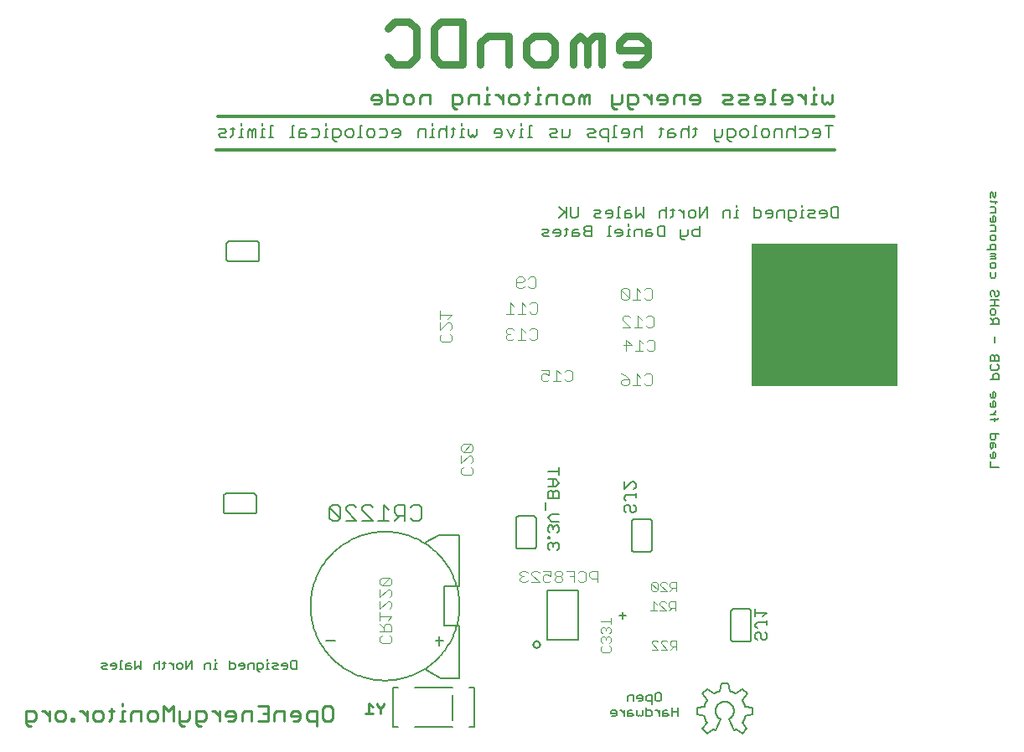
<source format=gbo>
G75*
%MOIN*%
%OFA0B0*%
%FSLAX25Y25*%
%IPPOS*%
%LPD*%
%AMOC8*
5,1,8,0,0,1.08239X$1,22.5*
%
%ADD10C,0.01100*%
%ADD11C,0.00600*%
%ADD12C,0.01200*%
%ADD13C,0.03000*%
%ADD14C,0.00800*%
%ADD15R,0.58000X0.57000*%
%ADD16C,0.00500*%
%ADD17C,0.00900*%
%ADD18C,0.00400*%
%ADD19C,0.00300*%
D10*
X0095181Y0062630D02*
X0096165Y0061646D01*
X0097149Y0061646D01*
X0095181Y0062630D02*
X0095181Y0067551D01*
X0098134Y0067551D01*
X0099118Y0066567D01*
X0099118Y0064598D01*
X0098134Y0063614D01*
X0095181Y0063614D01*
X0101536Y0067551D02*
X0102521Y0067551D01*
X0104489Y0065583D01*
X0104489Y0067551D02*
X0104489Y0063614D01*
X0106998Y0064598D02*
X0106998Y0066567D01*
X0107982Y0067551D01*
X0109950Y0067551D01*
X0110934Y0066567D01*
X0110934Y0064598D01*
X0109950Y0063614D01*
X0107982Y0063614D01*
X0106998Y0064598D01*
X0113173Y0064598D02*
X0113173Y0063614D01*
X0114157Y0063614D01*
X0114157Y0064598D01*
X0113173Y0064598D01*
X0116576Y0067551D02*
X0117560Y0067551D01*
X0119528Y0065583D01*
X0119528Y0067551D02*
X0119528Y0063614D01*
X0122037Y0064598D02*
X0122037Y0066567D01*
X0123021Y0067551D01*
X0124990Y0067551D01*
X0125974Y0066567D01*
X0125974Y0064598D01*
X0124990Y0063614D01*
X0123021Y0063614D01*
X0122037Y0064598D01*
X0128303Y0063614D02*
X0129287Y0064598D01*
X0129287Y0068535D01*
X0130271Y0067551D02*
X0128303Y0067551D01*
X0133584Y0067551D02*
X0133584Y0063614D01*
X0134568Y0063614D02*
X0132600Y0063614D01*
X0133584Y0067551D02*
X0134568Y0067551D01*
X0133584Y0069519D02*
X0133584Y0070504D01*
X0137077Y0066567D02*
X0137077Y0063614D01*
X0137077Y0066567D02*
X0138061Y0067551D01*
X0141013Y0067551D01*
X0141013Y0063614D01*
X0143522Y0064598D02*
X0143522Y0066567D01*
X0144506Y0067551D01*
X0146475Y0067551D01*
X0147459Y0066567D01*
X0147459Y0064598D01*
X0146475Y0063614D01*
X0144506Y0063614D01*
X0143522Y0064598D01*
X0149968Y0063614D02*
X0149968Y0069519D01*
X0151936Y0067551D01*
X0153904Y0069519D01*
X0153904Y0063614D01*
X0156413Y0063614D02*
X0159366Y0063614D01*
X0160350Y0064598D01*
X0160350Y0067551D01*
X0162859Y0067551D02*
X0165811Y0067551D01*
X0166795Y0066567D01*
X0166795Y0064598D01*
X0165811Y0063614D01*
X0162859Y0063614D01*
X0162859Y0062630D02*
X0162859Y0067551D01*
X0162859Y0062630D02*
X0163843Y0061646D01*
X0164827Y0061646D01*
X0158382Y0061646D02*
X0157397Y0061646D01*
X0156413Y0062630D01*
X0156413Y0067551D01*
X0169214Y0067551D02*
X0170198Y0067551D01*
X0172167Y0065583D01*
X0172167Y0067551D02*
X0172167Y0063614D01*
X0174676Y0065583D02*
X0178612Y0065583D01*
X0178612Y0066567D02*
X0178612Y0064598D01*
X0177628Y0063614D01*
X0175660Y0063614D01*
X0174676Y0065583D02*
X0174676Y0066567D01*
X0175660Y0067551D01*
X0177628Y0067551D01*
X0178612Y0066567D01*
X0181121Y0066567D02*
X0181121Y0063614D01*
X0181121Y0066567D02*
X0182105Y0067551D01*
X0185058Y0067551D01*
X0185058Y0063614D01*
X0187567Y0063614D02*
X0191503Y0063614D01*
X0191503Y0069519D01*
X0187567Y0069519D01*
X0189535Y0066567D02*
X0191503Y0066567D01*
X0194012Y0066567D02*
X0194012Y0063614D01*
X0194012Y0066567D02*
X0194996Y0067551D01*
X0197949Y0067551D01*
X0197949Y0063614D01*
X0200458Y0065583D02*
X0200458Y0066567D01*
X0201442Y0067551D01*
X0203410Y0067551D01*
X0204394Y0066567D01*
X0204394Y0064598D01*
X0203410Y0063614D01*
X0201442Y0063614D01*
X0200458Y0065583D02*
X0204394Y0065583D01*
X0206903Y0066567D02*
X0206903Y0064598D01*
X0207887Y0063614D01*
X0210840Y0063614D01*
X0210840Y0061646D02*
X0210840Y0067551D01*
X0207887Y0067551D01*
X0206903Y0066567D01*
X0213349Y0068535D02*
X0213349Y0064598D01*
X0214333Y0063614D01*
X0216301Y0063614D01*
X0217285Y0064598D01*
X0217285Y0068535D01*
X0216301Y0069519D01*
X0214333Y0069519D01*
X0213349Y0068535D01*
X0233544Y0309004D02*
X0235512Y0309004D01*
X0236496Y0309988D01*
X0236496Y0311956D01*
X0235512Y0312941D01*
X0233544Y0312941D01*
X0232560Y0311956D01*
X0232560Y0310972D01*
X0236496Y0310972D01*
X0239005Y0309004D02*
X0241958Y0309004D01*
X0242942Y0309988D01*
X0242942Y0311956D01*
X0241958Y0312941D01*
X0239005Y0312941D01*
X0239005Y0314909D02*
X0239005Y0309004D01*
X0245451Y0309988D02*
X0245451Y0311956D01*
X0246435Y0312941D01*
X0248403Y0312941D01*
X0249387Y0311956D01*
X0249387Y0309988D01*
X0248403Y0309004D01*
X0246435Y0309004D01*
X0245451Y0309988D01*
X0251896Y0309004D02*
X0251896Y0311956D01*
X0252880Y0312941D01*
X0255833Y0312941D01*
X0255833Y0309004D01*
X0264787Y0309004D02*
X0267740Y0309004D01*
X0268724Y0309988D01*
X0268724Y0311956D01*
X0267740Y0312941D01*
X0264787Y0312941D01*
X0264787Y0308020D01*
X0265771Y0307036D01*
X0266756Y0307036D01*
X0271233Y0309004D02*
X0271233Y0311956D01*
X0272217Y0312941D01*
X0275169Y0312941D01*
X0275169Y0309004D01*
X0277498Y0309004D02*
X0279466Y0309004D01*
X0278482Y0309004D02*
X0278482Y0312941D01*
X0279466Y0312941D01*
X0278482Y0314909D02*
X0278482Y0315893D01*
X0281885Y0312941D02*
X0282869Y0312941D01*
X0284838Y0310972D01*
X0284838Y0309004D02*
X0284838Y0312941D01*
X0287346Y0311956D02*
X0288331Y0312941D01*
X0290299Y0312941D01*
X0291283Y0311956D01*
X0291283Y0309988D01*
X0290299Y0309004D01*
X0288331Y0309004D01*
X0287346Y0309988D01*
X0287346Y0311956D01*
X0293612Y0312941D02*
X0295580Y0312941D01*
X0294596Y0313925D02*
X0294596Y0309988D01*
X0293612Y0309004D01*
X0297909Y0309004D02*
X0299877Y0309004D01*
X0298893Y0309004D02*
X0298893Y0312941D01*
X0299877Y0312941D01*
X0298893Y0314909D02*
X0298893Y0315893D01*
X0302386Y0311956D02*
X0302386Y0309004D01*
X0302386Y0311956D02*
X0303370Y0312941D01*
X0306323Y0312941D01*
X0306323Y0309004D01*
X0308831Y0309988D02*
X0309816Y0309004D01*
X0311784Y0309004D01*
X0312768Y0309988D01*
X0312768Y0311956D01*
X0311784Y0312941D01*
X0309816Y0312941D01*
X0308831Y0311956D01*
X0308831Y0309988D01*
X0315277Y0309004D02*
X0315277Y0311956D01*
X0316261Y0312941D01*
X0317245Y0311956D01*
X0317245Y0309004D01*
X0319214Y0309004D02*
X0319214Y0312941D01*
X0318229Y0312941D01*
X0317245Y0311956D01*
X0328168Y0312941D02*
X0328168Y0308020D01*
X0329152Y0307036D01*
X0330136Y0307036D01*
X0331120Y0309004D02*
X0328168Y0309004D01*
X0331120Y0309004D02*
X0332105Y0309988D01*
X0332105Y0312941D01*
X0334613Y0312941D02*
X0334613Y0308020D01*
X0335598Y0307036D01*
X0336582Y0307036D01*
X0337566Y0309004D02*
X0334613Y0309004D01*
X0337566Y0309004D02*
X0338550Y0309988D01*
X0338550Y0311956D01*
X0337566Y0312941D01*
X0334613Y0312941D01*
X0340969Y0312941D02*
X0341953Y0312941D01*
X0343921Y0310972D01*
X0343921Y0309004D02*
X0343921Y0312941D01*
X0346430Y0311956D02*
X0346430Y0310972D01*
X0350367Y0310972D01*
X0350367Y0309988D02*
X0350367Y0311956D01*
X0349383Y0312941D01*
X0347414Y0312941D01*
X0346430Y0311956D01*
X0347414Y0309004D02*
X0349383Y0309004D01*
X0350367Y0309988D01*
X0352876Y0309004D02*
X0352876Y0311956D01*
X0353860Y0312941D01*
X0356812Y0312941D01*
X0356812Y0309004D01*
X0359321Y0310972D02*
X0363258Y0310972D01*
X0363258Y0309988D02*
X0363258Y0311956D01*
X0362274Y0312941D01*
X0360305Y0312941D01*
X0359321Y0311956D01*
X0359321Y0310972D01*
X0360305Y0309004D02*
X0362274Y0309004D01*
X0363258Y0309988D01*
X0372212Y0309988D02*
X0373196Y0309004D01*
X0376149Y0309004D01*
X0375165Y0310972D02*
X0376149Y0311956D01*
X0375165Y0312941D01*
X0372212Y0312941D01*
X0373196Y0310972D02*
X0375165Y0310972D01*
X0373196Y0310972D02*
X0372212Y0309988D01*
X0378658Y0309988D02*
X0379642Y0309004D01*
X0382594Y0309004D01*
X0381610Y0310972D02*
X0382594Y0311956D01*
X0381610Y0312941D01*
X0378658Y0312941D01*
X0379642Y0310972D02*
X0381610Y0310972D01*
X0379642Y0310972D02*
X0378658Y0309988D01*
X0385103Y0310972D02*
X0389040Y0310972D01*
X0389040Y0309988D02*
X0389040Y0311956D01*
X0388056Y0312941D01*
X0386087Y0312941D01*
X0385103Y0311956D01*
X0385103Y0310972D01*
X0386087Y0309004D02*
X0388056Y0309004D01*
X0389040Y0309988D01*
X0391369Y0309004D02*
X0393337Y0309004D01*
X0392353Y0309004D02*
X0392353Y0314909D01*
X0393337Y0314909D01*
X0395846Y0311956D02*
X0395846Y0310972D01*
X0399782Y0310972D01*
X0399782Y0309988D02*
X0399782Y0311956D01*
X0398798Y0312941D01*
X0396830Y0312941D01*
X0395846Y0311956D01*
X0396830Y0309004D02*
X0398798Y0309004D01*
X0399782Y0309988D01*
X0402201Y0312941D02*
X0403185Y0312941D01*
X0405154Y0310972D01*
X0405154Y0309004D02*
X0405154Y0312941D01*
X0408466Y0312941D02*
X0408466Y0309004D01*
X0407482Y0309004D02*
X0409451Y0309004D01*
X0411959Y0309988D02*
X0412944Y0309004D01*
X0413928Y0309988D01*
X0414912Y0309004D01*
X0415896Y0309988D01*
X0415896Y0312941D01*
X0411959Y0312941D02*
X0411959Y0309988D01*
X0409451Y0312941D02*
X0408466Y0312941D01*
X0408466Y0314909D02*
X0408466Y0315893D01*
D11*
X0478823Y0273615D02*
X0479390Y0274182D01*
X0479957Y0273615D01*
X0479957Y0272480D01*
X0480524Y0271913D01*
X0481091Y0272480D01*
X0481091Y0274182D01*
X0478823Y0273615D02*
X0478823Y0271913D01*
X0478823Y0270592D02*
X0479390Y0270025D01*
X0481659Y0270025D01*
X0481091Y0269458D02*
X0481091Y0270592D01*
X0480524Y0268043D02*
X0478823Y0268043D01*
X0480524Y0268043D02*
X0481091Y0267476D01*
X0481091Y0265774D01*
X0478823Y0265774D01*
X0479957Y0264360D02*
X0479957Y0262091D01*
X0479390Y0262091D02*
X0480524Y0262091D01*
X0481091Y0262658D01*
X0481091Y0263793D01*
X0480524Y0264360D01*
X0479957Y0264360D01*
X0478823Y0263793D02*
X0478823Y0262658D01*
X0479390Y0262091D01*
X0478823Y0260677D02*
X0480524Y0260677D01*
X0481091Y0260110D01*
X0481091Y0258408D01*
X0478823Y0258408D01*
X0479390Y0256994D02*
X0480524Y0256994D01*
X0481091Y0256427D01*
X0481091Y0255292D01*
X0480524Y0254725D01*
X0479390Y0254725D01*
X0478823Y0255292D01*
X0478823Y0256427D01*
X0479390Y0256994D01*
X0479390Y0253311D02*
X0478823Y0252743D01*
X0478823Y0251042D01*
X0477688Y0251042D02*
X0481091Y0251042D01*
X0481091Y0252743D01*
X0480524Y0253311D01*
X0479390Y0253311D01*
X0478823Y0249627D02*
X0480524Y0249627D01*
X0481091Y0249060D01*
X0480524Y0248493D01*
X0478823Y0248493D01*
X0478823Y0247359D02*
X0481091Y0247359D01*
X0481091Y0247926D01*
X0480524Y0248493D01*
X0480524Y0245944D02*
X0481091Y0245377D01*
X0481091Y0244243D01*
X0480524Y0243676D01*
X0479390Y0243676D01*
X0478823Y0244243D01*
X0478823Y0245377D01*
X0479390Y0245944D01*
X0480524Y0245944D01*
X0481091Y0242261D02*
X0481091Y0240560D01*
X0480524Y0239992D01*
X0479390Y0239992D01*
X0478823Y0240560D01*
X0478823Y0242261D01*
X0479390Y0234895D02*
X0478823Y0234328D01*
X0478823Y0233193D01*
X0479390Y0232626D01*
X0480524Y0233193D02*
X0480524Y0234328D01*
X0479957Y0234895D01*
X0479390Y0234895D01*
X0480524Y0233193D02*
X0481091Y0232626D01*
X0481659Y0232626D01*
X0482226Y0233193D01*
X0482226Y0234328D01*
X0481659Y0234895D01*
X0482226Y0231212D02*
X0478823Y0231212D01*
X0480524Y0231212D02*
X0480524Y0228943D01*
X0480524Y0227528D02*
X0481091Y0226961D01*
X0481091Y0225827D01*
X0480524Y0225260D01*
X0479390Y0225260D01*
X0478823Y0225827D01*
X0478823Y0226961D01*
X0479390Y0227528D01*
X0480524Y0227528D01*
X0478823Y0228943D02*
X0482226Y0228943D01*
X0481659Y0223845D02*
X0480524Y0223845D01*
X0479957Y0223278D01*
X0479957Y0221577D01*
X0479957Y0222711D02*
X0478823Y0223845D01*
X0478823Y0221577D02*
X0482226Y0221577D01*
X0482226Y0223278D01*
X0481659Y0223845D01*
X0480524Y0216479D02*
X0480524Y0214210D01*
X0479957Y0209113D02*
X0479390Y0209113D01*
X0478823Y0208546D01*
X0478823Y0206844D01*
X0482226Y0206844D01*
X0482226Y0208546D01*
X0481659Y0209113D01*
X0481091Y0209113D01*
X0480524Y0208546D01*
X0480524Y0206844D01*
X0480524Y0208546D02*
X0479957Y0209113D01*
X0479390Y0205430D02*
X0478823Y0204862D01*
X0478823Y0203728D01*
X0479390Y0203161D01*
X0481659Y0203161D01*
X0482226Y0203728D01*
X0482226Y0204862D01*
X0481659Y0205430D01*
X0481659Y0201746D02*
X0480524Y0201746D01*
X0479957Y0201179D01*
X0479957Y0199478D01*
X0478823Y0199478D02*
X0482226Y0199478D01*
X0482226Y0201179D01*
X0481659Y0201746D01*
X0480524Y0194380D02*
X0479957Y0194380D01*
X0479957Y0192112D01*
X0479390Y0192112D02*
X0480524Y0192112D01*
X0481091Y0192679D01*
X0481091Y0193813D01*
X0480524Y0194380D01*
X0478823Y0193813D02*
X0478823Y0192679D01*
X0479390Y0192112D01*
X0479957Y0190697D02*
X0479957Y0188428D01*
X0479390Y0188428D02*
X0480524Y0188428D01*
X0481091Y0188996D01*
X0481091Y0190130D01*
X0480524Y0190697D01*
X0479957Y0190697D01*
X0478823Y0190130D02*
X0478823Y0188996D01*
X0479390Y0188428D01*
X0481091Y0187061D02*
X0481091Y0186493D01*
X0479957Y0185359D01*
X0478823Y0185359D02*
X0481091Y0185359D01*
X0480524Y0184038D02*
X0480524Y0182904D01*
X0481659Y0183471D02*
X0482226Y0184038D01*
X0481659Y0183471D02*
X0478823Y0183471D01*
X0478823Y0177806D02*
X0478823Y0176105D01*
X0479390Y0175537D01*
X0480524Y0175537D01*
X0481091Y0176105D01*
X0481091Y0177806D01*
X0482226Y0177806D02*
X0478823Y0177806D01*
X0478823Y0174123D02*
X0478823Y0172421D01*
X0479390Y0171854D01*
X0479957Y0172421D01*
X0479957Y0174123D01*
X0480524Y0174123D02*
X0478823Y0174123D01*
X0480524Y0174123D02*
X0481091Y0173556D01*
X0481091Y0172421D01*
X0480524Y0170440D02*
X0479957Y0170440D01*
X0479957Y0168171D01*
X0479390Y0168171D02*
X0480524Y0168171D01*
X0481091Y0168738D01*
X0481091Y0169873D01*
X0480524Y0170440D01*
X0478823Y0169873D02*
X0478823Y0168738D01*
X0479390Y0168171D01*
X0478823Y0166757D02*
X0478823Y0164488D01*
X0482226Y0164488D01*
X0374606Y0078599D02*
X0371906Y0078599D01*
X0371406Y0075399D01*
X0368906Y0074399D02*
X0366306Y0076199D01*
X0364406Y0074399D01*
X0366206Y0071799D01*
X0365106Y0069299D02*
X0362106Y0068699D01*
X0362106Y0066099D01*
X0365106Y0065599D01*
X0366106Y0062899D02*
X0364406Y0060499D01*
X0366306Y0058599D01*
X0368706Y0060299D01*
X0369706Y0059699D01*
X0371606Y0064199D01*
X0366106Y0062893D02*
X0366010Y0063059D01*
X0365917Y0063226D01*
X0365829Y0063396D01*
X0365745Y0063568D01*
X0365665Y0063741D01*
X0365589Y0063917D01*
X0365517Y0064094D01*
X0365450Y0064273D01*
X0365386Y0064454D01*
X0365327Y0064636D01*
X0365273Y0064819D01*
X0365222Y0065004D01*
X0365176Y0065189D01*
X0365135Y0065376D01*
X0365098Y0065564D01*
X0365116Y0069299D02*
X0365166Y0069487D01*
X0365221Y0069674D01*
X0365280Y0069860D01*
X0365344Y0070044D01*
X0365412Y0070227D01*
X0365485Y0070408D01*
X0365562Y0070587D01*
X0365643Y0070764D01*
X0365729Y0070940D01*
X0365818Y0071113D01*
X0365912Y0071284D01*
X0366010Y0071452D01*
X0366112Y0071619D01*
X0366217Y0071782D01*
X0371606Y0064299D02*
X0371499Y0064354D01*
X0371393Y0064411D01*
X0371290Y0064473D01*
X0371188Y0064537D01*
X0371089Y0064605D01*
X0370992Y0064676D01*
X0370897Y0064750D01*
X0370805Y0064827D01*
X0370715Y0064908D01*
X0370628Y0064991D01*
X0370544Y0065077D01*
X0370463Y0065165D01*
X0370385Y0065257D01*
X0370309Y0065351D01*
X0370237Y0065447D01*
X0370168Y0065545D01*
X0370102Y0065646D01*
X0370040Y0065749D01*
X0369981Y0065854D01*
X0369925Y0065960D01*
X0369873Y0066069D01*
X0369825Y0066179D01*
X0369780Y0066291D01*
X0369739Y0066404D01*
X0369702Y0066518D01*
X0369668Y0066634D01*
X0369639Y0066750D01*
X0369613Y0066868D01*
X0369591Y0066986D01*
X0369572Y0067105D01*
X0369558Y0067224D01*
X0369548Y0067344D01*
X0369541Y0067464D01*
X0369539Y0067585D01*
X0369541Y0067705D01*
X0369546Y0067825D01*
X0369555Y0067945D01*
X0369569Y0068065D01*
X0369586Y0068184D01*
X0369607Y0068302D01*
X0369632Y0068420D01*
X0369661Y0068537D01*
X0369694Y0068652D01*
X0369730Y0068767D01*
X0369770Y0068880D01*
X0369814Y0068992D01*
X0369862Y0069103D01*
X0369913Y0069212D01*
X0369967Y0069319D01*
X0370026Y0069424D01*
X0370087Y0069528D01*
X0370152Y0069629D01*
X0370220Y0069728D01*
X0370292Y0069825D01*
X0370366Y0069919D01*
X0370444Y0070011D01*
X0370524Y0070100D01*
X0370608Y0070187D01*
X0370694Y0070271D01*
X0370783Y0070352D01*
X0370875Y0070430D01*
X0370969Y0070505D01*
X0371065Y0070576D01*
X0371164Y0070645D01*
X0371265Y0070710D01*
X0371368Y0070772D01*
X0371473Y0070831D01*
X0371580Y0070886D01*
X0371689Y0070938D01*
X0371799Y0070985D01*
X0371911Y0071030D01*
X0372024Y0071070D01*
X0372139Y0071107D01*
X0372255Y0071140D01*
X0372371Y0071170D01*
X0372489Y0071195D01*
X0372607Y0071217D01*
X0372726Y0071234D01*
X0372846Y0071248D01*
X0372966Y0071258D01*
X0373086Y0071264D01*
X0373206Y0071266D01*
X0373326Y0071264D01*
X0373446Y0071258D01*
X0373566Y0071248D01*
X0373686Y0071234D01*
X0373805Y0071217D01*
X0373923Y0071195D01*
X0374041Y0071170D01*
X0374157Y0071140D01*
X0374273Y0071107D01*
X0374388Y0071070D01*
X0374501Y0071030D01*
X0374613Y0070985D01*
X0374723Y0070938D01*
X0374832Y0070886D01*
X0374939Y0070831D01*
X0375044Y0070772D01*
X0375147Y0070710D01*
X0375248Y0070645D01*
X0375347Y0070576D01*
X0375443Y0070505D01*
X0375537Y0070430D01*
X0375629Y0070352D01*
X0375718Y0070271D01*
X0375804Y0070187D01*
X0375888Y0070100D01*
X0375968Y0070011D01*
X0376046Y0069919D01*
X0376120Y0069825D01*
X0376192Y0069728D01*
X0376260Y0069629D01*
X0376325Y0069528D01*
X0376386Y0069424D01*
X0376445Y0069319D01*
X0376499Y0069212D01*
X0376550Y0069103D01*
X0376598Y0068992D01*
X0376642Y0068880D01*
X0376682Y0068767D01*
X0376718Y0068652D01*
X0376751Y0068537D01*
X0376780Y0068420D01*
X0376805Y0068302D01*
X0376826Y0068184D01*
X0376843Y0068065D01*
X0376857Y0067945D01*
X0376866Y0067825D01*
X0376871Y0067705D01*
X0376873Y0067585D01*
X0376871Y0067464D01*
X0376864Y0067344D01*
X0376854Y0067224D01*
X0376840Y0067105D01*
X0376821Y0066986D01*
X0376799Y0066868D01*
X0376773Y0066750D01*
X0376744Y0066634D01*
X0376710Y0066518D01*
X0376673Y0066404D01*
X0376632Y0066291D01*
X0376587Y0066179D01*
X0376539Y0066069D01*
X0376487Y0065960D01*
X0376431Y0065854D01*
X0376372Y0065749D01*
X0376310Y0065646D01*
X0376244Y0065545D01*
X0376175Y0065447D01*
X0376103Y0065351D01*
X0376027Y0065257D01*
X0375949Y0065165D01*
X0375868Y0065077D01*
X0375784Y0064991D01*
X0375697Y0064908D01*
X0375607Y0064827D01*
X0375515Y0064750D01*
X0375420Y0064676D01*
X0375323Y0064605D01*
X0375224Y0064537D01*
X0375122Y0064473D01*
X0375019Y0064411D01*
X0374913Y0064354D01*
X0374806Y0064299D01*
X0374806Y0064199D02*
X0376806Y0059699D01*
X0377806Y0060299D01*
X0380206Y0058599D01*
X0382006Y0060499D01*
X0380406Y0062899D01*
X0381406Y0065599D02*
X0384406Y0066099D01*
X0384406Y0068699D01*
X0381406Y0069299D01*
X0380306Y0071799D02*
X0382106Y0074399D01*
X0380206Y0076199D01*
X0377606Y0074399D01*
X0375106Y0075399D02*
X0374606Y0078599D01*
X0375181Y0075405D02*
X0375374Y0075358D01*
X0375567Y0075305D01*
X0375758Y0075248D01*
X0375947Y0075187D01*
X0376135Y0075121D01*
X0376322Y0075050D01*
X0376506Y0074975D01*
X0376689Y0074896D01*
X0376870Y0074812D01*
X0377049Y0074724D01*
X0377225Y0074632D01*
X0377400Y0074535D01*
X0377572Y0074435D01*
X0380298Y0071745D02*
X0380398Y0071583D01*
X0380495Y0071418D01*
X0380588Y0071251D01*
X0380676Y0071082D01*
X0380761Y0070912D01*
X0380842Y0070739D01*
X0380919Y0070564D01*
X0380992Y0070388D01*
X0381061Y0070210D01*
X0381126Y0070030D01*
X0381187Y0069850D01*
X0381243Y0069667D01*
X0381296Y0069484D01*
X0381344Y0069299D01*
X0381400Y0065583D02*
X0381357Y0065383D01*
X0381310Y0065185D01*
X0381258Y0064988D01*
X0381200Y0064792D01*
X0381139Y0064597D01*
X0381072Y0064404D01*
X0381001Y0064213D01*
X0380925Y0064023D01*
X0380844Y0063836D01*
X0380759Y0063650D01*
X0380669Y0063467D01*
X0380575Y0063286D01*
X0380476Y0063107D01*
X0380373Y0062931D01*
X0371353Y0075424D02*
X0371166Y0075379D01*
X0370980Y0075330D01*
X0370795Y0075276D01*
X0370612Y0075218D01*
X0370430Y0075156D01*
X0370249Y0075090D01*
X0370070Y0075020D01*
X0369893Y0074946D01*
X0369717Y0074867D01*
X0369544Y0074785D01*
X0369372Y0074698D01*
X0369202Y0074608D01*
X0369034Y0074514D01*
X0368869Y0074416D01*
X0354653Y0068811D02*
X0354653Y0065408D01*
X0354653Y0067110D02*
X0352384Y0067110D01*
X0352384Y0068811D02*
X0352384Y0065408D01*
X0350969Y0065975D02*
X0350402Y0065408D01*
X0348701Y0065408D01*
X0348701Y0067110D01*
X0349268Y0067677D01*
X0350402Y0067677D01*
X0350402Y0066543D02*
X0348701Y0066543D01*
X0347286Y0066543D02*
X0346152Y0067677D01*
X0345585Y0067677D01*
X0344217Y0067110D02*
X0343650Y0067677D01*
X0341948Y0067677D01*
X0341948Y0068811D02*
X0341948Y0065408D01*
X0343650Y0065408D01*
X0344217Y0065975D01*
X0344217Y0067110D01*
X0347286Y0067677D02*
X0347286Y0065408D01*
X0350402Y0066543D02*
X0350969Y0065975D01*
X0347333Y0071408D02*
X0346199Y0071408D01*
X0345631Y0071975D01*
X0345631Y0074244D01*
X0346199Y0074811D01*
X0347333Y0074811D01*
X0347900Y0074244D01*
X0347900Y0071975D01*
X0347333Y0071408D01*
X0344217Y0071408D02*
X0342515Y0071408D01*
X0341948Y0071975D01*
X0341948Y0073110D01*
X0342515Y0073677D01*
X0344217Y0073677D01*
X0344217Y0070274D01*
X0340534Y0071975D02*
X0340534Y0073110D01*
X0339967Y0073677D01*
X0338832Y0073677D01*
X0338265Y0073110D01*
X0338265Y0072543D01*
X0340534Y0072543D01*
X0340534Y0071975D02*
X0339967Y0071408D01*
X0338832Y0071408D01*
X0336851Y0071408D02*
X0336851Y0073677D01*
X0335149Y0073677D01*
X0334582Y0073110D01*
X0334582Y0071408D01*
X0335149Y0067677D02*
X0334582Y0067110D01*
X0334582Y0065408D01*
X0336284Y0065408D01*
X0336851Y0065975D01*
X0336284Y0066543D01*
X0334582Y0066543D01*
X0335149Y0067677D02*
X0336284Y0067677D01*
X0338265Y0067677D02*
X0338265Y0065975D01*
X0338832Y0065408D01*
X0339399Y0065975D01*
X0339967Y0065408D01*
X0340534Y0065975D01*
X0340534Y0067677D01*
X0333168Y0067677D02*
X0333168Y0065408D01*
X0333168Y0066543D02*
X0332033Y0067677D01*
X0331466Y0067677D01*
X0330098Y0067110D02*
X0329531Y0067677D01*
X0328397Y0067677D01*
X0327830Y0067110D01*
X0327830Y0066543D01*
X0330098Y0066543D01*
X0330098Y0067110D02*
X0330098Y0065975D01*
X0329531Y0065408D01*
X0328397Y0065408D01*
X0203028Y0084239D02*
X0201326Y0084239D01*
X0200759Y0084806D01*
X0200759Y0087075D01*
X0201326Y0087642D01*
X0203028Y0087642D01*
X0203028Y0084239D01*
X0199345Y0084806D02*
X0199345Y0085940D01*
X0198778Y0086508D01*
X0197643Y0086508D01*
X0197076Y0085940D01*
X0197076Y0085373D01*
X0199345Y0085373D01*
X0199345Y0084806D02*
X0198778Y0084239D01*
X0197643Y0084239D01*
X0195662Y0084239D02*
X0193960Y0084239D01*
X0193393Y0084806D01*
X0193960Y0085373D01*
X0195094Y0085373D01*
X0195662Y0085940D01*
X0195094Y0086508D01*
X0193393Y0086508D01*
X0191978Y0086508D02*
X0191411Y0086508D01*
X0191411Y0084239D01*
X0191978Y0084239D02*
X0190844Y0084239D01*
X0189523Y0084806D02*
X0188956Y0084239D01*
X0187254Y0084239D01*
X0187254Y0083672D02*
X0187254Y0086508D01*
X0188956Y0086508D01*
X0189523Y0085940D01*
X0189523Y0084806D01*
X0188389Y0083105D02*
X0187822Y0083105D01*
X0187254Y0083672D01*
X0185840Y0084239D02*
X0185840Y0086508D01*
X0184138Y0086508D01*
X0183571Y0085940D01*
X0183571Y0084239D01*
X0182157Y0084806D02*
X0182157Y0085940D01*
X0181590Y0086508D01*
X0180455Y0086508D01*
X0179888Y0085940D01*
X0179888Y0085373D01*
X0182157Y0085373D01*
X0182157Y0084806D02*
X0181590Y0084239D01*
X0180455Y0084239D01*
X0178474Y0084806D02*
X0178474Y0085940D01*
X0177906Y0086508D01*
X0176205Y0086508D01*
X0176205Y0087642D02*
X0176205Y0084239D01*
X0177906Y0084239D01*
X0178474Y0084806D01*
X0171107Y0084239D02*
X0169973Y0084239D01*
X0170540Y0084239D02*
X0170540Y0086508D01*
X0171107Y0086508D01*
X0170540Y0087642D02*
X0170540Y0088209D01*
X0168652Y0086508D02*
X0166950Y0086508D01*
X0166383Y0085940D01*
X0166383Y0084239D01*
X0168652Y0084239D02*
X0168652Y0086508D01*
X0161286Y0087642D02*
X0159017Y0084239D01*
X0159017Y0087642D01*
X0157602Y0085940D02*
X0157602Y0084806D01*
X0157035Y0084239D01*
X0155901Y0084239D01*
X0155334Y0084806D01*
X0155334Y0085940D01*
X0155901Y0086508D01*
X0157035Y0086508D01*
X0157602Y0085940D01*
X0153919Y0085373D02*
X0152785Y0086508D01*
X0152218Y0086508D01*
X0150850Y0086508D02*
X0149716Y0086508D01*
X0150283Y0087075D02*
X0150283Y0084806D01*
X0149716Y0084239D01*
X0148395Y0084239D02*
X0148395Y0087642D01*
X0147827Y0086508D02*
X0146693Y0086508D01*
X0146126Y0085940D01*
X0146126Y0084239D01*
X0148395Y0085940D02*
X0147827Y0086508D01*
X0153919Y0086508D02*
X0153919Y0084239D01*
X0161286Y0084239D02*
X0161286Y0087642D01*
X0141028Y0087642D02*
X0141028Y0084239D01*
X0139894Y0085373D01*
X0138760Y0084239D01*
X0138760Y0087642D01*
X0136778Y0086508D02*
X0135644Y0086508D01*
X0135077Y0085940D01*
X0135077Y0084239D01*
X0136778Y0084239D01*
X0137345Y0084806D01*
X0136778Y0085373D01*
X0135077Y0085373D01*
X0133662Y0084239D02*
X0132528Y0084239D01*
X0133095Y0084239D02*
X0133095Y0087642D01*
X0133662Y0087642D01*
X0131207Y0085940D02*
X0130639Y0086508D01*
X0129505Y0086508D01*
X0128938Y0085940D01*
X0128938Y0085373D01*
X0131207Y0085373D01*
X0131207Y0084806D02*
X0131207Y0085940D01*
X0131207Y0084806D02*
X0130639Y0084239D01*
X0129505Y0084239D01*
X0127523Y0084239D02*
X0125822Y0084239D01*
X0125255Y0084806D01*
X0125822Y0085373D01*
X0126956Y0085373D01*
X0127523Y0085940D01*
X0126956Y0086508D01*
X0125255Y0086508D01*
X0191411Y0087642D02*
X0191411Y0088209D01*
X0217103Y0143186D02*
X0219238Y0143186D01*
X0220305Y0144254D01*
X0216035Y0148524D01*
X0216035Y0144254D01*
X0217103Y0143186D01*
X0220305Y0144254D02*
X0220305Y0148524D01*
X0219238Y0149591D01*
X0217103Y0149591D01*
X0216035Y0148524D01*
X0222481Y0148524D02*
X0223548Y0149591D01*
X0225683Y0149591D01*
X0226751Y0148524D01*
X0228926Y0148524D02*
X0229994Y0149591D01*
X0232129Y0149591D01*
X0233196Y0148524D01*
X0228926Y0148524D02*
X0228926Y0147456D01*
X0233196Y0143186D01*
X0228926Y0143186D01*
X0226751Y0143186D02*
X0222481Y0147456D01*
X0222481Y0148524D01*
X0222481Y0143186D02*
X0226751Y0143186D01*
X0235372Y0143186D02*
X0239642Y0143186D01*
X0237507Y0143186D02*
X0237507Y0149591D01*
X0239642Y0147456D01*
X0241817Y0146389D02*
X0242885Y0145321D01*
X0246087Y0145321D01*
X0243952Y0145321D02*
X0241817Y0143186D01*
X0241817Y0146389D02*
X0241817Y0148524D01*
X0242885Y0149591D01*
X0246087Y0149591D01*
X0246087Y0143186D01*
X0248263Y0144254D02*
X0249330Y0143186D01*
X0251465Y0143186D01*
X0252533Y0144254D01*
X0252533Y0148524D01*
X0251465Y0149591D01*
X0249330Y0149591D01*
X0248263Y0148524D01*
X0186902Y0147085D02*
X0186902Y0153085D01*
X0186900Y0153145D01*
X0186895Y0153206D01*
X0186886Y0153265D01*
X0186873Y0153324D01*
X0186857Y0153383D01*
X0186837Y0153440D01*
X0186814Y0153495D01*
X0186787Y0153550D01*
X0186758Y0153602D01*
X0186725Y0153653D01*
X0186689Y0153702D01*
X0186651Y0153748D01*
X0186609Y0153792D01*
X0186565Y0153834D01*
X0186519Y0153872D01*
X0186470Y0153908D01*
X0186419Y0153941D01*
X0186367Y0153970D01*
X0186312Y0153997D01*
X0186257Y0154020D01*
X0186200Y0154040D01*
X0186141Y0154056D01*
X0186082Y0154069D01*
X0186023Y0154078D01*
X0185962Y0154083D01*
X0185902Y0154085D01*
X0174902Y0154085D01*
X0174842Y0154083D01*
X0174781Y0154078D01*
X0174722Y0154069D01*
X0174663Y0154056D01*
X0174604Y0154040D01*
X0174547Y0154020D01*
X0174492Y0153997D01*
X0174437Y0153970D01*
X0174385Y0153941D01*
X0174334Y0153908D01*
X0174285Y0153872D01*
X0174239Y0153834D01*
X0174195Y0153792D01*
X0174153Y0153748D01*
X0174115Y0153702D01*
X0174079Y0153653D01*
X0174046Y0153602D01*
X0174017Y0153550D01*
X0173990Y0153495D01*
X0173967Y0153440D01*
X0173947Y0153383D01*
X0173931Y0153324D01*
X0173918Y0153265D01*
X0173909Y0153206D01*
X0173904Y0153145D01*
X0173902Y0153085D01*
X0173902Y0147085D01*
X0173904Y0147025D01*
X0173909Y0146964D01*
X0173918Y0146905D01*
X0173931Y0146846D01*
X0173947Y0146787D01*
X0173967Y0146730D01*
X0173990Y0146675D01*
X0174017Y0146620D01*
X0174046Y0146568D01*
X0174079Y0146517D01*
X0174115Y0146468D01*
X0174153Y0146422D01*
X0174195Y0146378D01*
X0174239Y0146336D01*
X0174285Y0146298D01*
X0174334Y0146262D01*
X0174385Y0146229D01*
X0174437Y0146200D01*
X0174492Y0146173D01*
X0174547Y0146150D01*
X0174604Y0146130D01*
X0174663Y0146114D01*
X0174722Y0146101D01*
X0174781Y0146092D01*
X0174842Y0146087D01*
X0174902Y0146085D01*
X0185902Y0146085D01*
X0185962Y0146087D01*
X0186023Y0146092D01*
X0186082Y0146101D01*
X0186141Y0146114D01*
X0186200Y0146130D01*
X0186257Y0146150D01*
X0186312Y0146173D01*
X0186367Y0146200D01*
X0186419Y0146229D01*
X0186470Y0146262D01*
X0186519Y0146298D01*
X0186565Y0146336D01*
X0186609Y0146378D01*
X0186651Y0146422D01*
X0186689Y0146468D01*
X0186725Y0146517D01*
X0186758Y0146568D01*
X0186787Y0146620D01*
X0186814Y0146675D01*
X0186837Y0146730D01*
X0186857Y0146787D01*
X0186873Y0146846D01*
X0186886Y0146905D01*
X0186895Y0146964D01*
X0186900Y0147025D01*
X0186902Y0147085D01*
X0187066Y0246502D02*
X0176066Y0246502D01*
X0176006Y0246504D01*
X0175945Y0246509D01*
X0175886Y0246518D01*
X0175827Y0246531D01*
X0175768Y0246547D01*
X0175711Y0246567D01*
X0175656Y0246590D01*
X0175601Y0246617D01*
X0175549Y0246646D01*
X0175498Y0246679D01*
X0175449Y0246715D01*
X0175403Y0246753D01*
X0175359Y0246795D01*
X0175317Y0246839D01*
X0175279Y0246885D01*
X0175243Y0246934D01*
X0175210Y0246985D01*
X0175181Y0247037D01*
X0175154Y0247092D01*
X0175131Y0247147D01*
X0175111Y0247204D01*
X0175095Y0247263D01*
X0175082Y0247322D01*
X0175073Y0247381D01*
X0175068Y0247442D01*
X0175066Y0247502D01*
X0175066Y0253502D01*
X0175068Y0253562D01*
X0175073Y0253623D01*
X0175082Y0253682D01*
X0175095Y0253741D01*
X0175111Y0253800D01*
X0175131Y0253857D01*
X0175154Y0253912D01*
X0175181Y0253967D01*
X0175210Y0254019D01*
X0175243Y0254070D01*
X0175279Y0254119D01*
X0175317Y0254165D01*
X0175359Y0254209D01*
X0175403Y0254251D01*
X0175449Y0254289D01*
X0175498Y0254325D01*
X0175549Y0254358D01*
X0175601Y0254387D01*
X0175656Y0254414D01*
X0175711Y0254437D01*
X0175768Y0254457D01*
X0175827Y0254473D01*
X0175886Y0254486D01*
X0175945Y0254495D01*
X0176006Y0254500D01*
X0176066Y0254502D01*
X0187066Y0254502D01*
X0187126Y0254500D01*
X0187187Y0254495D01*
X0187246Y0254486D01*
X0187305Y0254473D01*
X0187364Y0254457D01*
X0187421Y0254437D01*
X0187476Y0254414D01*
X0187531Y0254387D01*
X0187583Y0254358D01*
X0187634Y0254325D01*
X0187683Y0254289D01*
X0187729Y0254251D01*
X0187773Y0254209D01*
X0187815Y0254165D01*
X0187853Y0254119D01*
X0187889Y0254070D01*
X0187922Y0254019D01*
X0187951Y0253967D01*
X0187978Y0253912D01*
X0188001Y0253857D01*
X0188021Y0253800D01*
X0188037Y0253741D01*
X0188050Y0253682D01*
X0188059Y0253623D01*
X0188064Y0253562D01*
X0188066Y0253502D01*
X0188066Y0247502D01*
X0188064Y0247442D01*
X0188059Y0247381D01*
X0188050Y0247322D01*
X0188037Y0247263D01*
X0188021Y0247204D01*
X0188001Y0247147D01*
X0187978Y0247092D01*
X0187951Y0247037D01*
X0187922Y0246985D01*
X0187889Y0246934D01*
X0187853Y0246885D01*
X0187815Y0246839D01*
X0187773Y0246795D01*
X0187729Y0246753D01*
X0187683Y0246715D01*
X0187634Y0246679D01*
X0187583Y0246646D01*
X0187531Y0246617D01*
X0187476Y0246590D01*
X0187421Y0246567D01*
X0187364Y0246547D01*
X0187305Y0246531D01*
X0187246Y0246518D01*
X0187187Y0246509D01*
X0187126Y0246504D01*
X0187066Y0246502D01*
D12*
X0170816Y0290740D02*
X0416803Y0290740D01*
X0416605Y0304054D02*
X0171619Y0304054D01*
D13*
X0239116Y0327672D02*
X0241952Y0324836D01*
X0247623Y0324836D01*
X0250459Y0327672D01*
X0250459Y0339015D01*
X0247623Y0341851D01*
X0241952Y0341851D01*
X0239116Y0339015D01*
X0257532Y0339015D02*
X0260367Y0341851D01*
X0268875Y0341851D01*
X0268875Y0324836D01*
X0260367Y0324836D01*
X0257532Y0327672D01*
X0257532Y0339015D01*
X0275947Y0333344D02*
X0275947Y0324836D01*
X0287290Y0324836D02*
X0287290Y0336179D01*
X0278783Y0336179D01*
X0275947Y0333344D01*
X0294363Y0333344D02*
X0294363Y0327672D01*
X0297199Y0324836D01*
X0302870Y0324836D01*
X0305706Y0327672D01*
X0305706Y0333344D01*
X0302870Y0336179D01*
X0297199Y0336179D01*
X0294363Y0333344D01*
X0312779Y0333344D02*
X0312779Y0324836D01*
X0318450Y0324836D02*
X0318450Y0333344D01*
X0315614Y0336179D01*
X0312779Y0333344D01*
X0318450Y0333344D02*
X0321286Y0336179D01*
X0324122Y0336179D01*
X0324122Y0324836D01*
X0331194Y0330508D02*
X0342537Y0330508D01*
X0342537Y0327672D02*
X0342537Y0333344D01*
X0339702Y0336179D01*
X0334030Y0336179D01*
X0331194Y0333344D01*
X0331194Y0330508D01*
X0334030Y0324836D02*
X0339702Y0324836D01*
X0342537Y0327672D01*
D14*
X0340343Y0300591D02*
X0340343Y0295887D01*
X0340343Y0298239D02*
X0339559Y0299023D01*
X0337991Y0299023D01*
X0337207Y0298239D01*
X0337207Y0295887D01*
X0335279Y0296671D02*
X0335279Y0298239D01*
X0334495Y0299023D01*
X0332927Y0299023D01*
X0332143Y0298239D01*
X0332143Y0297455D01*
X0335279Y0297455D01*
X0335279Y0296671D02*
X0334495Y0295887D01*
X0332927Y0295887D01*
X0330214Y0295887D02*
X0328646Y0295887D01*
X0329430Y0295887D02*
X0329430Y0300591D01*
X0330214Y0300591D01*
X0326838Y0299023D02*
X0324486Y0299023D01*
X0323702Y0298239D01*
X0323702Y0296671D01*
X0324486Y0295887D01*
X0326838Y0295887D01*
X0326838Y0294319D02*
X0326838Y0299023D01*
X0321774Y0298239D02*
X0320990Y0299023D01*
X0318638Y0299023D01*
X0319422Y0297455D02*
X0318638Y0296671D01*
X0319422Y0295887D01*
X0321774Y0295887D01*
X0320990Y0297455D02*
X0321774Y0298239D01*
X0320990Y0297455D02*
X0319422Y0297455D01*
X0311645Y0296671D02*
X0311645Y0299023D01*
X0311645Y0296671D02*
X0310861Y0295887D01*
X0308509Y0295887D01*
X0308509Y0299023D01*
X0306581Y0298239D02*
X0305797Y0299023D01*
X0303445Y0299023D01*
X0304229Y0297455D02*
X0303445Y0296671D01*
X0304229Y0295887D01*
X0306581Y0295887D01*
X0305797Y0297455D02*
X0306581Y0298239D01*
X0305797Y0297455D02*
X0304229Y0297455D01*
X0296452Y0295887D02*
X0294884Y0295887D01*
X0295668Y0295887D02*
X0295668Y0300591D01*
X0296452Y0300591D01*
X0293076Y0299023D02*
X0292292Y0299023D01*
X0292292Y0295887D01*
X0293076Y0295887D02*
X0291508Y0295887D01*
X0288132Y0295887D02*
X0286564Y0299023D01*
X0284635Y0298239D02*
X0283851Y0299023D01*
X0282283Y0299023D01*
X0281499Y0298239D01*
X0281499Y0297455D01*
X0284635Y0297455D01*
X0284635Y0296671D02*
X0284635Y0298239D01*
X0284635Y0296671D02*
X0283851Y0295887D01*
X0282283Y0295887D01*
X0288132Y0295887D02*
X0289700Y0299023D01*
X0292292Y0300591D02*
X0292292Y0301375D01*
X0274507Y0299023D02*
X0274507Y0296671D01*
X0273723Y0295887D01*
X0272939Y0296671D01*
X0272155Y0295887D01*
X0271371Y0296671D01*
X0271371Y0299023D01*
X0269442Y0299023D02*
X0268658Y0299023D01*
X0268658Y0295887D01*
X0269442Y0295887D02*
X0267874Y0295887D01*
X0265282Y0296671D02*
X0265282Y0299807D01*
X0266066Y0299023D02*
X0264498Y0299023D01*
X0262690Y0298239D02*
X0261906Y0299023D01*
X0260338Y0299023D01*
X0259554Y0298239D01*
X0259554Y0295887D01*
X0257626Y0295887D02*
X0256058Y0295887D01*
X0256842Y0295887D02*
X0256842Y0299023D01*
X0257626Y0299023D01*
X0256842Y0300591D02*
X0256842Y0301375D01*
X0254249Y0299023D02*
X0251897Y0299023D01*
X0251113Y0298239D01*
X0251113Y0295887D01*
X0254249Y0295887D02*
X0254249Y0299023D01*
X0262690Y0300591D02*
X0262690Y0295887D01*
X0264498Y0295887D02*
X0265282Y0296671D01*
X0268658Y0300591D02*
X0268658Y0301375D01*
X0244121Y0298239D02*
X0243337Y0299023D01*
X0241769Y0299023D01*
X0240985Y0298239D01*
X0240985Y0297455D01*
X0244121Y0297455D01*
X0244121Y0296671D02*
X0244121Y0298239D01*
X0244121Y0296671D02*
X0243337Y0295887D01*
X0241769Y0295887D01*
X0239057Y0296671D02*
X0238273Y0295887D01*
X0235921Y0295887D01*
X0233992Y0296671D02*
X0233208Y0295887D01*
X0231640Y0295887D01*
X0230856Y0296671D01*
X0230856Y0298239D01*
X0231640Y0299023D01*
X0233208Y0299023D01*
X0233992Y0298239D01*
X0233992Y0296671D01*
X0235921Y0299023D02*
X0238273Y0299023D01*
X0239057Y0298239D01*
X0239057Y0296671D01*
X0228928Y0295887D02*
X0227360Y0295887D01*
X0228144Y0295887D02*
X0228144Y0300591D01*
X0228928Y0300591D01*
X0225552Y0298239D02*
X0224768Y0299023D01*
X0223200Y0299023D01*
X0222416Y0298239D01*
X0222416Y0296671D01*
X0223200Y0295887D01*
X0224768Y0295887D01*
X0225552Y0296671D01*
X0225552Y0298239D01*
X0220487Y0298239D02*
X0219703Y0299023D01*
X0217351Y0299023D01*
X0217351Y0295103D01*
X0218135Y0294319D01*
X0218919Y0294319D01*
X0219703Y0295887D02*
X0217351Y0295887D01*
X0215423Y0295887D02*
X0213855Y0295887D01*
X0214639Y0295887D02*
X0214639Y0299023D01*
X0215423Y0299023D01*
X0214639Y0300591D02*
X0214639Y0301375D01*
X0212047Y0298239D02*
X0211263Y0299023D01*
X0208911Y0299023D01*
X0206198Y0299023D02*
X0204630Y0299023D01*
X0203846Y0298239D01*
X0203846Y0295887D01*
X0206198Y0295887D01*
X0206982Y0296671D01*
X0206198Y0297455D01*
X0203846Y0297455D01*
X0201918Y0295887D02*
X0200350Y0295887D01*
X0201134Y0295887D02*
X0201134Y0300591D01*
X0201918Y0300591D01*
X0208911Y0295887D02*
X0211263Y0295887D01*
X0212047Y0296671D01*
X0212047Y0298239D01*
X0219703Y0295887D02*
X0220487Y0296671D01*
X0220487Y0298239D01*
X0193478Y0300591D02*
X0192694Y0300591D01*
X0192694Y0295887D01*
X0193478Y0295887D02*
X0191910Y0295887D01*
X0190101Y0295887D02*
X0188533Y0295887D01*
X0189317Y0295887D02*
X0189317Y0299023D01*
X0190101Y0299023D01*
X0189317Y0300591D02*
X0189317Y0301375D01*
X0186725Y0299023D02*
X0185941Y0299023D01*
X0185157Y0298239D01*
X0184373Y0299023D01*
X0183589Y0298239D01*
X0183589Y0295887D01*
X0185157Y0295887D02*
X0185157Y0298239D01*
X0186725Y0299023D02*
X0186725Y0295887D01*
X0181661Y0295887D02*
X0180093Y0295887D01*
X0180877Y0295887D02*
X0180877Y0299023D01*
X0181661Y0299023D01*
X0180877Y0300591D02*
X0180877Y0301375D01*
X0178285Y0299023D02*
X0176717Y0299023D01*
X0177501Y0299807D02*
X0177501Y0296671D01*
X0176717Y0295887D01*
X0174908Y0295887D02*
X0172556Y0295887D01*
X0171772Y0296671D01*
X0172556Y0297455D01*
X0174124Y0297455D01*
X0174908Y0298239D01*
X0174124Y0299023D01*
X0171772Y0299023D01*
X0300479Y0259245D02*
X0302580Y0259245D01*
X0303281Y0258544D01*
X0302580Y0257844D01*
X0301179Y0257844D01*
X0300479Y0257143D01*
X0301179Y0256443D01*
X0303281Y0256443D01*
X0305083Y0257844D02*
X0307885Y0257844D01*
X0307885Y0258544D02*
X0307184Y0259245D01*
X0305783Y0259245D01*
X0305083Y0258544D01*
X0305083Y0257844D01*
X0305783Y0256443D02*
X0307184Y0256443D01*
X0307885Y0257143D01*
X0307885Y0258544D01*
X0309553Y0259245D02*
X0310954Y0259245D01*
X0310254Y0259946D02*
X0310254Y0257143D01*
X0309553Y0256443D01*
X0312756Y0256443D02*
X0314858Y0256443D01*
X0315558Y0257143D01*
X0314858Y0257844D01*
X0312756Y0257844D01*
X0312756Y0258544D02*
X0312756Y0256443D01*
X0312756Y0258544D02*
X0313456Y0259245D01*
X0314858Y0259245D01*
X0317360Y0259245D02*
X0318060Y0258544D01*
X0320162Y0258544D01*
X0320162Y0256443D02*
X0318060Y0256443D01*
X0317360Y0257143D01*
X0317360Y0257844D01*
X0318060Y0258544D01*
X0317360Y0259245D02*
X0317360Y0259946D01*
X0318060Y0260646D01*
X0320162Y0260646D01*
X0320162Y0256443D01*
X0326434Y0256443D02*
X0327835Y0256443D01*
X0327135Y0256443D02*
X0327135Y0260646D01*
X0327835Y0260646D01*
X0329637Y0258544D02*
X0330337Y0259245D01*
X0331739Y0259245D01*
X0332439Y0258544D01*
X0332439Y0257143D01*
X0331739Y0256443D01*
X0330337Y0256443D01*
X0329637Y0257844D02*
X0332439Y0257844D01*
X0334107Y0256443D02*
X0335508Y0256443D01*
X0334808Y0256443D02*
X0334808Y0259245D01*
X0335508Y0259245D01*
X0334808Y0260646D02*
X0334808Y0261347D01*
X0335575Y0263943D02*
X0333473Y0263943D01*
X0333473Y0266044D01*
X0334174Y0266745D01*
X0335575Y0266745D01*
X0335575Y0265344D02*
X0333473Y0265344D01*
X0335575Y0265344D02*
X0336276Y0264643D01*
X0335575Y0263943D01*
X0338077Y0263943D02*
X0338077Y0268146D01*
X0340880Y0268146D02*
X0340880Y0263943D01*
X0339479Y0265344D01*
X0338077Y0263943D01*
X0338011Y0259245D02*
X0337310Y0258544D01*
X0337310Y0256443D01*
X0340112Y0256443D02*
X0340112Y0259245D01*
X0338011Y0259245D01*
X0341914Y0258544D02*
X0341914Y0256443D01*
X0344016Y0256443D01*
X0344716Y0257143D01*
X0344016Y0257844D01*
X0341914Y0257844D01*
X0341914Y0258544D02*
X0342615Y0259245D01*
X0344016Y0259245D01*
X0346518Y0259946D02*
X0347218Y0260646D01*
X0349320Y0260646D01*
X0349320Y0256443D01*
X0347218Y0256443D01*
X0346518Y0257143D01*
X0346518Y0259946D01*
X0347285Y0263943D02*
X0347285Y0266044D01*
X0347986Y0266745D01*
X0349387Y0266745D01*
X0350088Y0266044D01*
X0351756Y0266745D02*
X0353157Y0266745D01*
X0352456Y0267446D02*
X0352456Y0264643D01*
X0351756Y0263943D01*
X0350088Y0263943D02*
X0350088Y0268146D01*
X0354892Y0266745D02*
X0355592Y0266745D01*
X0356993Y0265344D01*
X0356993Y0263943D02*
X0356993Y0266745D01*
X0358795Y0266044D02*
X0359496Y0266745D01*
X0360897Y0266745D01*
X0361597Y0266044D01*
X0361597Y0264643D01*
X0360897Y0263943D01*
X0359496Y0263943D01*
X0358795Y0264643D01*
X0358795Y0266044D01*
X0363399Y0263943D02*
X0363399Y0268146D01*
X0366201Y0268146D02*
X0363399Y0263943D01*
X0366201Y0263943D02*
X0366201Y0268146D01*
X0372607Y0266044D02*
X0372607Y0263943D01*
X0372607Y0266044D02*
X0373307Y0266745D01*
X0375409Y0266745D01*
X0375409Y0263943D01*
X0377077Y0263943D02*
X0378478Y0263943D01*
X0377778Y0263943D02*
X0377778Y0266745D01*
X0378478Y0266745D01*
X0377778Y0268146D02*
X0377778Y0268847D01*
X0384884Y0268146D02*
X0384884Y0263943D01*
X0386986Y0263943D01*
X0387686Y0264643D01*
X0387686Y0266044D01*
X0386986Y0266745D01*
X0384884Y0266745D01*
X0389488Y0266044D02*
X0389488Y0265344D01*
X0392290Y0265344D01*
X0392290Y0266044D02*
X0391590Y0266745D01*
X0390188Y0266745D01*
X0389488Y0266044D01*
X0390188Y0263943D02*
X0391590Y0263943D01*
X0392290Y0264643D01*
X0392290Y0266044D01*
X0394092Y0266044D02*
X0394792Y0266745D01*
X0396894Y0266745D01*
X0396894Y0263943D01*
X0398696Y0263943D02*
X0400797Y0263943D01*
X0401498Y0264643D01*
X0401498Y0266044D01*
X0400797Y0266745D01*
X0398696Y0266745D01*
X0398696Y0263242D01*
X0399396Y0262541D01*
X0400097Y0262541D01*
X0403166Y0263943D02*
X0404567Y0263943D01*
X0403867Y0263943D02*
X0403867Y0266745D01*
X0404567Y0266745D01*
X0403867Y0268146D02*
X0403867Y0268847D01*
X0406369Y0266745D02*
X0408471Y0266745D01*
X0409171Y0266044D01*
X0408471Y0265344D01*
X0407069Y0265344D01*
X0406369Y0264643D01*
X0407069Y0263943D01*
X0409171Y0263943D01*
X0410973Y0265344D02*
X0413775Y0265344D01*
X0413775Y0266044D02*
X0413075Y0266745D01*
X0411673Y0266745D01*
X0410973Y0266044D01*
X0410973Y0265344D01*
X0411673Y0263943D02*
X0413075Y0263943D01*
X0413775Y0264643D01*
X0413775Y0266044D01*
X0415577Y0264643D02*
X0415577Y0267446D01*
X0416277Y0268146D01*
X0418379Y0268146D01*
X0418379Y0263943D01*
X0416277Y0263943D01*
X0415577Y0264643D01*
X0394092Y0263943D02*
X0394092Y0266044D01*
X0363132Y0260646D02*
X0363132Y0256443D01*
X0361030Y0256443D01*
X0360330Y0257143D01*
X0360330Y0258544D01*
X0361030Y0259245D01*
X0363132Y0259245D01*
X0358528Y0259245D02*
X0358528Y0257143D01*
X0357827Y0256443D01*
X0355726Y0256443D01*
X0355726Y0255742D02*
X0356426Y0255041D01*
X0357127Y0255041D01*
X0355726Y0255742D02*
X0355726Y0259245D01*
X0331672Y0263943D02*
X0330271Y0263943D01*
X0330971Y0263943D02*
X0330971Y0268146D01*
X0331672Y0268146D01*
X0328603Y0266044D02*
X0327902Y0266745D01*
X0326501Y0266745D01*
X0325800Y0266044D01*
X0325800Y0265344D01*
X0328603Y0265344D01*
X0328603Y0266044D02*
X0328603Y0264643D01*
X0327902Y0263943D01*
X0326501Y0263943D01*
X0323999Y0263943D02*
X0321897Y0263943D01*
X0321196Y0264643D01*
X0321897Y0265344D01*
X0323298Y0265344D01*
X0323999Y0266044D01*
X0323298Y0266745D01*
X0321196Y0266745D01*
X0314791Y0268146D02*
X0314791Y0264643D01*
X0314090Y0263943D01*
X0312689Y0263943D01*
X0311988Y0264643D01*
X0311988Y0268146D01*
X0310187Y0268146D02*
X0310187Y0263943D01*
X0310187Y0265344D02*
X0307384Y0268146D01*
X0309486Y0266044D02*
X0307384Y0263943D01*
X0329637Y0258544D02*
X0329637Y0257844D01*
X0369281Y0295103D02*
X0370065Y0294319D01*
X0370849Y0294319D01*
X0371633Y0295887D02*
X0369281Y0295887D01*
X0369281Y0295103D02*
X0369281Y0299023D01*
X0372417Y0299023D02*
X0372417Y0296671D01*
X0371633Y0295887D01*
X0374345Y0295887D02*
X0376697Y0295887D01*
X0377481Y0296671D01*
X0377481Y0298239D01*
X0376697Y0299023D01*
X0374345Y0299023D01*
X0374345Y0295103D01*
X0375129Y0294319D01*
X0375913Y0294319D01*
X0379410Y0296671D02*
X0379410Y0298239D01*
X0380194Y0299023D01*
X0381762Y0299023D01*
X0382546Y0298239D01*
X0382546Y0296671D01*
X0381762Y0295887D01*
X0380194Y0295887D01*
X0379410Y0296671D01*
X0384354Y0295887D02*
X0385922Y0295887D01*
X0385138Y0295887D02*
X0385138Y0300591D01*
X0385922Y0300591D01*
X0387850Y0298239D02*
X0388634Y0299023D01*
X0390202Y0299023D01*
X0390986Y0298239D01*
X0390986Y0296671D01*
X0390202Y0295887D01*
X0388634Y0295887D01*
X0387850Y0296671D01*
X0387850Y0298239D01*
X0392914Y0298239D02*
X0393698Y0299023D01*
X0396051Y0299023D01*
X0396051Y0295887D01*
X0397979Y0295887D02*
X0397979Y0298239D01*
X0398763Y0299023D01*
X0400331Y0299023D01*
X0401115Y0298239D01*
X0403043Y0299023D02*
X0405395Y0299023D01*
X0406179Y0298239D01*
X0406179Y0296671D01*
X0405395Y0295887D01*
X0403043Y0295887D01*
X0401115Y0295887D02*
X0401115Y0300591D01*
X0408107Y0298239D02*
X0408107Y0297455D01*
X0411243Y0297455D01*
X0411243Y0298239D02*
X0410459Y0299023D01*
X0408891Y0299023D01*
X0408107Y0298239D01*
X0408891Y0295887D02*
X0410459Y0295887D01*
X0411243Y0296671D01*
X0411243Y0298239D01*
X0413172Y0300591D02*
X0416308Y0300591D01*
X0414740Y0300591D02*
X0414740Y0295887D01*
X0392914Y0295887D02*
X0392914Y0298239D01*
X0362288Y0299023D02*
X0360720Y0299023D01*
X0361504Y0299807D02*
X0361504Y0296671D01*
X0360720Y0295887D01*
X0358912Y0295887D02*
X0358912Y0300591D01*
X0358128Y0299023D02*
X0356560Y0299023D01*
X0355776Y0298239D01*
X0355776Y0295887D01*
X0353848Y0296671D02*
X0353064Y0297455D01*
X0350712Y0297455D01*
X0350712Y0298239D02*
X0350712Y0295887D01*
X0353064Y0295887D01*
X0353848Y0296671D01*
X0353064Y0299023D02*
X0351496Y0299023D01*
X0350712Y0298239D01*
X0348784Y0299023D02*
X0347216Y0299023D01*
X0348000Y0299807D02*
X0348000Y0296671D01*
X0347216Y0295887D01*
X0358128Y0299023D02*
X0358912Y0298239D01*
X0343166Y0143941D02*
X0337166Y0143941D01*
X0337106Y0143939D01*
X0337045Y0143934D01*
X0336986Y0143925D01*
X0336927Y0143912D01*
X0336868Y0143896D01*
X0336811Y0143876D01*
X0336756Y0143853D01*
X0336701Y0143826D01*
X0336649Y0143797D01*
X0336598Y0143764D01*
X0336549Y0143728D01*
X0336503Y0143690D01*
X0336459Y0143648D01*
X0336417Y0143604D01*
X0336379Y0143558D01*
X0336343Y0143509D01*
X0336310Y0143458D01*
X0336281Y0143406D01*
X0336254Y0143351D01*
X0336231Y0143296D01*
X0336211Y0143239D01*
X0336195Y0143180D01*
X0336182Y0143121D01*
X0336173Y0143062D01*
X0336168Y0143001D01*
X0336166Y0142941D01*
X0336166Y0131941D01*
X0336168Y0131881D01*
X0336173Y0131820D01*
X0336182Y0131761D01*
X0336195Y0131702D01*
X0336211Y0131643D01*
X0336231Y0131586D01*
X0336254Y0131531D01*
X0336281Y0131476D01*
X0336310Y0131424D01*
X0336343Y0131373D01*
X0336379Y0131324D01*
X0336417Y0131278D01*
X0336459Y0131234D01*
X0336503Y0131192D01*
X0336549Y0131154D01*
X0336598Y0131118D01*
X0336649Y0131085D01*
X0336701Y0131056D01*
X0336756Y0131029D01*
X0336811Y0131006D01*
X0336868Y0130986D01*
X0336927Y0130970D01*
X0336986Y0130957D01*
X0337045Y0130948D01*
X0337106Y0130943D01*
X0337166Y0130941D01*
X0343166Y0130941D01*
X0343226Y0130943D01*
X0343287Y0130948D01*
X0343346Y0130957D01*
X0343405Y0130970D01*
X0343464Y0130986D01*
X0343521Y0131006D01*
X0343576Y0131029D01*
X0343631Y0131056D01*
X0343683Y0131085D01*
X0343734Y0131118D01*
X0343783Y0131154D01*
X0343829Y0131192D01*
X0343873Y0131234D01*
X0343915Y0131278D01*
X0343953Y0131324D01*
X0343989Y0131373D01*
X0344022Y0131424D01*
X0344051Y0131476D01*
X0344078Y0131531D01*
X0344101Y0131586D01*
X0344121Y0131643D01*
X0344137Y0131702D01*
X0344150Y0131761D01*
X0344159Y0131820D01*
X0344164Y0131881D01*
X0344166Y0131941D01*
X0344166Y0142941D01*
X0344164Y0143001D01*
X0344159Y0143062D01*
X0344150Y0143121D01*
X0344137Y0143180D01*
X0344121Y0143239D01*
X0344101Y0143296D01*
X0344078Y0143351D01*
X0344051Y0143406D01*
X0344022Y0143458D01*
X0343989Y0143509D01*
X0343953Y0143558D01*
X0343915Y0143604D01*
X0343873Y0143648D01*
X0343829Y0143690D01*
X0343783Y0143728D01*
X0343734Y0143764D01*
X0343683Y0143797D01*
X0343631Y0143826D01*
X0343576Y0143853D01*
X0343521Y0143876D01*
X0343464Y0143896D01*
X0343405Y0143912D01*
X0343346Y0143925D01*
X0343287Y0143934D01*
X0343226Y0143939D01*
X0343166Y0143941D01*
X0298210Y0144083D02*
X0298210Y0133083D01*
X0298208Y0133023D01*
X0298203Y0132962D01*
X0298194Y0132903D01*
X0298181Y0132844D01*
X0298165Y0132785D01*
X0298145Y0132728D01*
X0298122Y0132673D01*
X0298095Y0132618D01*
X0298066Y0132566D01*
X0298033Y0132515D01*
X0297997Y0132466D01*
X0297959Y0132420D01*
X0297917Y0132376D01*
X0297873Y0132334D01*
X0297827Y0132296D01*
X0297778Y0132260D01*
X0297727Y0132227D01*
X0297675Y0132198D01*
X0297620Y0132171D01*
X0297565Y0132148D01*
X0297508Y0132128D01*
X0297449Y0132112D01*
X0297390Y0132099D01*
X0297331Y0132090D01*
X0297270Y0132085D01*
X0297210Y0132083D01*
X0291210Y0132083D01*
X0291150Y0132085D01*
X0291089Y0132090D01*
X0291030Y0132099D01*
X0290971Y0132112D01*
X0290912Y0132128D01*
X0290855Y0132148D01*
X0290800Y0132171D01*
X0290745Y0132198D01*
X0290693Y0132227D01*
X0290642Y0132260D01*
X0290593Y0132296D01*
X0290547Y0132334D01*
X0290503Y0132376D01*
X0290461Y0132420D01*
X0290423Y0132466D01*
X0290387Y0132515D01*
X0290354Y0132566D01*
X0290325Y0132618D01*
X0290298Y0132673D01*
X0290275Y0132728D01*
X0290255Y0132785D01*
X0290239Y0132844D01*
X0290226Y0132903D01*
X0290217Y0132962D01*
X0290212Y0133023D01*
X0290210Y0133083D01*
X0290210Y0144083D01*
X0290212Y0144143D01*
X0290217Y0144204D01*
X0290226Y0144263D01*
X0290239Y0144322D01*
X0290255Y0144381D01*
X0290275Y0144438D01*
X0290298Y0144493D01*
X0290325Y0144548D01*
X0290354Y0144600D01*
X0290387Y0144651D01*
X0290423Y0144700D01*
X0290461Y0144746D01*
X0290503Y0144790D01*
X0290547Y0144832D01*
X0290593Y0144870D01*
X0290642Y0144906D01*
X0290693Y0144939D01*
X0290745Y0144968D01*
X0290800Y0144995D01*
X0290855Y0145018D01*
X0290912Y0145038D01*
X0290971Y0145054D01*
X0291030Y0145067D01*
X0291089Y0145076D01*
X0291150Y0145081D01*
X0291210Y0145083D01*
X0297210Y0145083D01*
X0297270Y0145081D01*
X0297331Y0145076D01*
X0297390Y0145067D01*
X0297449Y0145054D01*
X0297508Y0145038D01*
X0297565Y0145018D01*
X0297620Y0144995D01*
X0297675Y0144968D01*
X0297727Y0144939D01*
X0297778Y0144906D01*
X0297827Y0144870D01*
X0297873Y0144832D01*
X0297917Y0144790D01*
X0297959Y0144746D01*
X0297997Y0144700D01*
X0298033Y0144651D01*
X0298066Y0144600D01*
X0298095Y0144548D01*
X0298122Y0144493D01*
X0298145Y0144438D01*
X0298165Y0144381D01*
X0298181Y0144322D01*
X0298194Y0144263D01*
X0298203Y0144204D01*
X0298208Y0144143D01*
X0298210Y0144083D01*
X0375710Y0107139D02*
X0375710Y0096139D01*
X0375712Y0096079D01*
X0375717Y0096018D01*
X0375726Y0095959D01*
X0375739Y0095900D01*
X0375755Y0095841D01*
X0375775Y0095784D01*
X0375798Y0095729D01*
X0375825Y0095674D01*
X0375854Y0095622D01*
X0375887Y0095571D01*
X0375923Y0095522D01*
X0375961Y0095476D01*
X0376003Y0095432D01*
X0376047Y0095390D01*
X0376093Y0095352D01*
X0376142Y0095316D01*
X0376193Y0095283D01*
X0376245Y0095254D01*
X0376300Y0095227D01*
X0376355Y0095204D01*
X0376412Y0095184D01*
X0376471Y0095168D01*
X0376530Y0095155D01*
X0376589Y0095146D01*
X0376650Y0095141D01*
X0376710Y0095139D01*
X0382710Y0095139D01*
X0382770Y0095141D01*
X0382831Y0095146D01*
X0382890Y0095155D01*
X0382949Y0095168D01*
X0383008Y0095184D01*
X0383065Y0095204D01*
X0383120Y0095227D01*
X0383175Y0095254D01*
X0383227Y0095283D01*
X0383278Y0095316D01*
X0383327Y0095352D01*
X0383373Y0095390D01*
X0383417Y0095432D01*
X0383459Y0095476D01*
X0383497Y0095522D01*
X0383533Y0095571D01*
X0383566Y0095622D01*
X0383595Y0095674D01*
X0383622Y0095729D01*
X0383645Y0095784D01*
X0383665Y0095841D01*
X0383681Y0095900D01*
X0383694Y0095959D01*
X0383703Y0096018D01*
X0383708Y0096079D01*
X0383710Y0096139D01*
X0383710Y0107139D01*
X0383708Y0107199D01*
X0383703Y0107260D01*
X0383694Y0107319D01*
X0383681Y0107378D01*
X0383665Y0107437D01*
X0383645Y0107494D01*
X0383622Y0107549D01*
X0383595Y0107604D01*
X0383566Y0107656D01*
X0383533Y0107707D01*
X0383497Y0107756D01*
X0383459Y0107802D01*
X0383417Y0107846D01*
X0383373Y0107888D01*
X0383327Y0107926D01*
X0383278Y0107962D01*
X0383227Y0107995D01*
X0383175Y0108024D01*
X0383120Y0108051D01*
X0383065Y0108074D01*
X0383008Y0108094D01*
X0382949Y0108110D01*
X0382890Y0108123D01*
X0382831Y0108132D01*
X0382770Y0108137D01*
X0382710Y0108139D01*
X0376710Y0108139D01*
X0376650Y0108137D01*
X0376589Y0108132D01*
X0376530Y0108123D01*
X0376471Y0108110D01*
X0376412Y0108094D01*
X0376355Y0108074D01*
X0376300Y0108051D01*
X0376245Y0108024D01*
X0376193Y0107995D01*
X0376142Y0107962D01*
X0376093Y0107926D01*
X0376047Y0107888D01*
X0376003Y0107846D01*
X0375961Y0107802D01*
X0375923Y0107756D01*
X0375887Y0107707D01*
X0375854Y0107656D01*
X0375825Y0107604D01*
X0375798Y0107549D01*
X0375775Y0107494D01*
X0375755Y0107437D01*
X0375739Y0107378D01*
X0375726Y0107319D01*
X0375717Y0107260D01*
X0375712Y0107199D01*
X0375710Y0107139D01*
X0273494Y0076752D02*
X0273494Y0061004D01*
X0271526Y0061004D01*
X0264833Y0061004D02*
X0249872Y0061004D01*
X0243179Y0061004D02*
X0241211Y0061004D01*
X0241211Y0076752D01*
X0243179Y0076752D01*
X0249872Y0076752D02*
X0264833Y0076752D01*
X0271526Y0076752D02*
X0273494Y0076752D01*
D15*
X0413081Y0225084D03*
D16*
X0307289Y0164393D02*
X0307289Y0161391D01*
X0307289Y0162892D02*
X0302785Y0162892D01*
X0302785Y0159789D02*
X0305788Y0159789D01*
X0307289Y0158288D01*
X0305788Y0156787D01*
X0302785Y0156787D01*
X0303536Y0155185D02*
X0302785Y0154435D01*
X0302785Y0152183D01*
X0307289Y0152183D01*
X0307289Y0154435D01*
X0306538Y0155185D01*
X0305788Y0155185D01*
X0305037Y0154435D01*
X0305037Y0152183D01*
X0305037Y0154435D02*
X0304287Y0155185D01*
X0303536Y0155185D01*
X0305037Y0156787D02*
X0305037Y0159789D01*
X0302035Y0150581D02*
X0302035Y0147579D01*
X0304287Y0145977D02*
X0302785Y0144476D01*
X0304287Y0142975D01*
X0307289Y0142975D01*
X0306538Y0141373D02*
X0305788Y0141373D01*
X0305037Y0140623D01*
X0304287Y0141373D01*
X0303536Y0141373D01*
X0302785Y0140623D01*
X0302785Y0139122D01*
X0303536Y0138371D01*
X0303536Y0136820D02*
X0302785Y0136820D01*
X0302785Y0136069D01*
X0303536Y0136069D01*
X0303536Y0136820D01*
X0303536Y0134468D02*
X0302785Y0133717D01*
X0302785Y0132216D01*
X0303536Y0131465D01*
X0305037Y0132966D02*
X0305037Y0133717D01*
X0304287Y0134468D01*
X0303536Y0134468D01*
X0305037Y0133717D02*
X0305788Y0134468D01*
X0306538Y0134468D01*
X0307289Y0133717D01*
X0307289Y0132216D01*
X0306538Y0131465D01*
X0306538Y0138371D02*
X0307289Y0139122D01*
X0307289Y0140623D01*
X0306538Y0141373D01*
X0305037Y0140623D02*
X0305037Y0139872D01*
X0304287Y0145977D02*
X0307289Y0145977D01*
X0333282Y0147247D02*
X0334033Y0146497D01*
X0333282Y0147247D02*
X0333282Y0148749D01*
X0334033Y0149499D01*
X0334783Y0149499D01*
X0335534Y0148749D01*
X0335534Y0147247D01*
X0336284Y0146497D01*
X0337035Y0146497D01*
X0337786Y0147247D01*
X0337786Y0148749D01*
X0337035Y0149499D01*
X0337786Y0152602D02*
X0337786Y0154103D01*
X0337786Y0153353D02*
X0334033Y0153353D01*
X0333282Y0152602D01*
X0333282Y0151851D01*
X0334033Y0151101D01*
X0333282Y0155705D02*
X0336284Y0158707D01*
X0337035Y0158707D01*
X0337786Y0157957D01*
X0337786Y0156455D01*
X0337035Y0155705D01*
X0333282Y0155705D02*
X0333282Y0158707D01*
X0267606Y0137599D02*
X0259732Y0137599D01*
X0253826Y0134450D01*
X0254220Y0134450D01*
X0267606Y0137599D02*
X0267606Y0117127D01*
X0261700Y0117127D01*
X0261700Y0101379D01*
X0267606Y0101379D01*
X0267606Y0080906D01*
X0267606Y0080513D02*
X0260126Y0080513D01*
X0253826Y0084056D01*
X0259732Y0093505D02*
X0259732Y0097048D01*
X0258157Y0095473D02*
X0261307Y0095473D01*
X0208485Y0109253D02*
X0208494Y0109979D01*
X0208521Y0110705D01*
X0208565Y0111430D01*
X0208627Y0112154D01*
X0208708Y0112875D01*
X0208805Y0113595D01*
X0208921Y0114312D01*
X0209054Y0115026D01*
X0209204Y0115737D01*
X0209372Y0116444D01*
X0209557Y0117146D01*
X0209759Y0117843D01*
X0209979Y0118536D01*
X0210215Y0119223D01*
X0210468Y0119903D01*
X0210738Y0120578D01*
X0211024Y0121245D01*
X0211326Y0121906D01*
X0211645Y0122558D01*
X0211979Y0123203D01*
X0212330Y0123839D01*
X0212695Y0124467D01*
X0213076Y0125085D01*
X0213472Y0125694D01*
X0213883Y0126293D01*
X0214309Y0126882D01*
X0214748Y0127460D01*
X0215202Y0128027D01*
X0215670Y0128582D01*
X0216151Y0129126D01*
X0216645Y0129659D01*
X0217153Y0130178D01*
X0217672Y0130686D01*
X0218205Y0131180D01*
X0218749Y0131661D01*
X0219304Y0132129D01*
X0219871Y0132583D01*
X0220449Y0133022D01*
X0221038Y0133448D01*
X0221637Y0133859D01*
X0222246Y0134255D01*
X0222864Y0134636D01*
X0223492Y0135001D01*
X0224128Y0135352D01*
X0224773Y0135686D01*
X0225425Y0136005D01*
X0226086Y0136307D01*
X0226753Y0136593D01*
X0227428Y0136863D01*
X0228108Y0137116D01*
X0228795Y0137352D01*
X0229488Y0137572D01*
X0230185Y0137774D01*
X0230887Y0137959D01*
X0231594Y0138127D01*
X0232305Y0138277D01*
X0233019Y0138410D01*
X0233736Y0138526D01*
X0234456Y0138623D01*
X0235177Y0138704D01*
X0235901Y0138766D01*
X0236626Y0138810D01*
X0237352Y0138837D01*
X0238078Y0138846D01*
X0238804Y0138837D01*
X0239530Y0138810D01*
X0240255Y0138766D01*
X0240979Y0138704D01*
X0241700Y0138623D01*
X0242420Y0138526D01*
X0243137Y0138410D01*
X0243851Y0138277D01*
X0244562Y0138127D01*
X0245269Y0137959D01*
X0245971Y0137774D01*
X0246668Y0137572D01*
X0247361Y0137352D01*
X0248048Y0137116D01*
X0248728Y0136863D01*
X0249403Y0136593D01*
X0250070Y0136307D01*
X0250731Y0136005D01*
X0251383Y0135686D01*
X0252028Y0135352D01*
X0252664Y0135001D01*
X0253292Y0134636D01*
X0253910Y0134255D01*
X0254519Y0133859D01*
X0255118Y0133448D01*
X0255707Y0133022D01*
X0256285Y0132583D01*
X0256852Y0132129D01*
X0257407Y0131661D01*
X0257951Y0131180D01*
X0258484Y0130686D01*
X0259003Y0130178D01*
X0259511Y0129659D01*
X0260005Y0129126D01*
X0260486Y0128582D01*
X0260954Y0128027D01*
X0261408Y0127460D01*
X0261847Y0126882D01*
X0262273Y0126293D01*
X0262684Y0125694D01*
X0263080Y0125085D01*
X0263461Y0124467D01*
X0263826Y0123839D01*
X0264177Y0123203D01*
X0264511Y0122558D01*
X0264830Y0121906D01*
X0265132Y0121245D01*
X0265418Y0120578D01*
X0265688Y0119903D01*
X0265941Y0119223D01*
X0266177Y0118536D01*
X0266397Y0117843D01*
X0266599Y0117146D01*
X0266784Y0116444D01*
X0266952Y0115737D01*
X0267102Y0115026D01*
X0267235Y0114312D01*
X0267351Y0113595D01*
X0267448Y0112875D01*
X0267529Y0112154D01*
X0267591Y0111430D01*
X0267635Y0110705D01*
X0267662Y0109979D01*
X0267671Y0109253D01*
X0267662Y0108527D01*
X0267635Y0107801D01*
X0267591Y0107076D01*
X0267529Y0106352D01*
X0267448Y0105631D01*
X0267351Y0104911D01*
X0267235Y0104194D01*
X0267102Y0103480D01*
X0266952Y0102769D01*
X0266784Y0102062D01*
X0266599Y0101360D01*
X0266397Y0100663D01*
X0266177Y0099970D01*
X0265941Y0099283D01*
X0265688Y0098603D01*
X0265418Y0097928D01*
X0265132Y0097261D01*
X0264830Y0096600D01*
X0264511Y0095948D01*
X0264177Y0095303D01*
X0263826Y0094667D01*
X0263461Y0094039D01*
X0263080Y0093421D01*
X0262684Y0092812D01*
X0262273Y0092213D01*
X0261847Y0091624D01*
X0261408Y0091046D01*
X0260954Y0090479D01*
X0260486Y0089924D01*
X0260005Y0089380D01*
X0259511Y0088847D01*
X0259003Y0088328D01*
X0258484Y0087820D01*
X0257951Y0087326D01*
X0257407Y0086845D01*
X0256852Y0086377D01*
X0256285Y0085923D01*
X0255707Y0085484D01*
X0255118Y0085058D01*
X0254519Y0084647D01*
X0253910Y0084251D01*
X0253292Y0083870D01*
X0252664Y0083505D01*
X0252028Y0083154D01*
X0251383Y0082820D01*
X0250731Y0082501D01*
X0250070Y0082199D01*
X0249403Y0081913D01*
X0248728Y0081643D01*
X0248048Y0081390D01*
X0247361Y0081154D01*
X0246668Y0080934D01*
X0245971Y0080732D01*
X0245269Y0080547D01*
X0244562Y0080379D01*
X0243851Y0080229D01*
X0243137Y0080096D01*
X0242420Y0079980D01*
X0241700Y0079883D01*
X0240979Y0079802D01*
X0240255Y0079740D01*
X0239530Y0079696D01*
X0238804Y0079669D01*
X0238078Y0079660D01*
X0237352Y0079669D01*
X0236626Y0079696D01*
X0235901Y0079740D01*
X0235177Y0079802D01*
X0234456Y0079883D01*
X0233736Y0079980D01*
X0233019Y0080096D01*
X0232305Y0080229D01*
X0231594Y0080379D01*
X0230887Y0080547D01*
X0230185Y0080732D01*
X0229488Y0080934D01*
X0228795Y0081154D01*
X0228108Y0081390D01*
X0227428Y0081643D01*
X0226753Y0081913D01*
X0226086Y0082199D01*
X0225425Y0082501D01*
X0224773Y0082820D01*
X0224128Y0083154D01*
X0223492Y0083505D01*
X0222864Y0083870D01*
X0222246Y0084251D01*
X0221637Y0084647D01*
X0221038Y0085058D01*
X0220449Y0085484D01*
X0219871Y0085923D01*
X0219304Y0086377D01*
X0218749Y0086845D01*
X0218205Y0087326D01*
X0217672Y0087820D01*
X0217153Y0088328D01*
X0216645Y0088847D01*
X0216151Y0089380D01*
X0215670Y0089924D01*
X0215202Y0090479D01*
X0214748Y0091046D01*
X0214309Y0091624D01*
X0213883Y0092213D01*
X0213472Y0092812D01*
X0213076Y0093421D01*
X0212695Y0094039D01*
X0212330Y0094667D01*
X0211979Y0095303D01*
X0211645Y0095948D01*
X0211326Y0096600D01*
X0211024Y0097261D01*
X0210738Y0097928D01*
X0210468Y0098603D01*
X0210215Y0099283D01*
X0209979Y0099970D01*
X0209759Y0100663D01*
X0209557Y0101360D01*
X0209372Y0102062D01*
X0209204Y0102769D01*
X0209054Y0103480D01*
X0208921Y0104194D01*
X0208805Y0104911D01*
X0208708Y0105631D01*
X0208627Y0106352D01*
X0208565Y0107076D01*
X0208521Y0107801D01*
X0208494Y0108527D01*
X0208485Y0109253D01*
X0214456Y0095473D02*
X0218393Y0095473D01*
X0264852Y0073878D02*
X0264852Y0063878D01*
X0297075Y0094003D02*
X0297077Y0094076D01*
X0297083Y0094150D01*
X0297093Y0094222D01*
X0297107Y0094294D01*
X0297124Y0094366D01*
X0297146Y0094436D01*
X0297171Y0094505D01*
X0297200Y0094572D01*
X0297233Y0094638D01*
X0297269Y0094702D01*
X0297308Y0094763D01*
X0297351Y0094823D01*
X0297397Y0094880D01*
X0297446Y0094935D01*
X0297498Y0094987D01*
X0297553Y0095036D01*
X0297610Y0095082D01*
X0297670Y0095125D01*
X0297731Y0095164D01*
X0297795Y0095200D01*
X0297861Y0095233D01*
X0297928Y0095262D01*
X0297997Y0095287D01*
X0298067Y0095309D01*
X0298139Y0095326D01*
X0298211Y0095340D01*
X0298283Y0095350D01*
X0298357Y0095356D01*
X0298430Y0095358D01*
X0298503Y0095356D01*
X0298577Y0095350D01*
X0298649Y0095340D01*
X0298721Y0095326D01*
X0298793Y0095309D01*
X0298863Y0095287D01*
X0298932Y0095262D01*
X0298999Y0095233D01*
X0299065Y0095200D01*
X0299129Y0095164D01*
X0299190Y0095125D01*
X0299250Y0095082D01*
X0299307Y0095036D01*
X0299362Y0094987D01*
X0299414Y0094935D01*
X0299463Y0094880D01*
X0299509Y0094823D01*
X0299552Y0094763D01*
X0299591Y0094702D01*
X0299627Y0094638D01*
X0299660Y0094572D01*
X0299689Y0094505D01*
X0299714Y0094436D01*
X0299736Y0094366D01*
X0299753Y0094294D01*
X0299767Y0094222D01*
X0299777Y0094150D01*
X0299783Y0094076D01*
X0299785Y0094003D01*
X0299783Y0093930D01*
X0299777Y0093856D01*
X0299767Y0093784D01*
X0299753Y0093712D01*
X0299736Y0093640D01*
X0299714Y0093570D01*
X0299689Y0093501D01*
X0299660Y0093434D01*
X0299627Y0093368D01*
X0299591Y0093304D01*
X0299552Y0093243D01*
X0299509Y0093183D01*
X0299463Y0093126D01*
X0299414Y0093071D01*
X0299362Y0093019D01*
X0299307Y0092970D01*
X0299250Y0092924D01*
X0299190Y0092881D01*
X0299129Y0092842D01*
X0299065Y0092806D01*
X0298999Y0092773D01*
X0298932Y0092744D01*
X0298863Y0092719D01*
X0298793Y0092697D01*
X0298721Y0092680D01*
X0298649Y0092666D01*
X0298577Y0092656D01*
X0298503Y0092650D01*
X0298430Y0092648D01*
X0298357Y0092650D01*
X0298283Y0092656D01*
X0298211Y0092666D01*
X0298139Y0092680D01*
X0298067Y0092697D01*
X0297997Y0092719D01*
X0297928Y0092744D01*
X0297861Y0092773D01*
X0297795Y0092806D01*
X0297731Y0092842D01*
X0297670Y0092881D01*
X0297610Y0092924D01*
X0297553Y0092970D01*
X0297498Y0093019D01*
X0297446Y0093071D01*
X0297397Y0093126D01*
X0297351Y0093183D01*
X0297308Y0093243D01*
X0297269Y0093304D01*
X0297233Y0093368D01*
X0297200Y0093434D01*
X0297171Y0093501D01*
X0297146Y0093570D01*
X0297124Y0093640D01*
X0297107Y0093712D01*
X0297093Y0093784D01*
X0297083Y0093856D01*
X0297077Y0093930D01*
X0297075Y0094003D01*
X0302446Y0095893D02*
X0315044Y0095893D01*
X0315044Y0115578D01*
X0302446Y0115578D01*
X0302446Y0095893D01*
X0331336Y0105563D02*
X0333836Y0105563D01*
X0332586Y0104313D02*
X0332586Y0106813D01*
X0385396Y0106598D02*
X0389900Y0106598D01*
X0388399Y0105097D01*
X0389900Y0103496D02*
X0389900Y0101994D01*
X0389900Y0102745D02*
X0386147Y0102745D01*
X0385396Y0101994D01*
X0385396Y0101244D01*
X0386147Y0100493D01*
X0386147Y0098892D02*
X0385396Y0098141D01*
X0385396Y0096640D01*
X0386147Y0095889D01*
X0387648Y0096640D02*
X0387648Y0098141D01*
X0386897Y0098892D01*
X0386147Y0098892D01*
X0387648Y0096640D02*
X0388399Y0095889D01*
X0389149Y0095889D01*
X0389900Y0096640D01*
X0389900Y0098141D01*
X0389149Y0098892D01*
X0385396Y0105097D02*
X0385396Y0108100D01*
D17*
X0237733Y0070577D02*
X0237733Y0069893D01*
X0236365Y0068525D01*
X0236365Y0066474D01*
X0236365Y0068525D02*
X0234997Y0069893D01*
X0234997Y0070577D01*
X0233129Y0069209D02*
X0231761Y0070577D01*
X0231761Y0066474D01*
X0233129Y0066474D02*
X0230393Y0066474D01*
D18*
X0236801Y0094428D02*
X0236034Y0095195D01*
X0236034Y0096730D01*
X0236801Y0097497D01*
X0236034Y0099032D02*
X0240638Y0099032D01*
X0240638Y0101333D01*
X0239871Y0102101D01*
X0238336Y0102101D01*
X0237569Y0101333D01*
X0237569Y0099032D01*
X0237569Y0100566D02*
X0236034Y0102101D01*
X0236034Y0103635D02*
X0236034Y0106705D01*
X0236034Y0108239D02*
X0239103Y0111309D01*
X0239871Y0111309D01*
X0240638Y0110541D01*
X0240638Y0109007D01*
X0239871Y0108239D01*
X0240638Y0105170D02*
X0236034Y0105170D01*
X0236034Y0108239D02*
X0236034Y0111309D01*
X0236034Y0112843D02*
X0239103Y0115913D01*
X0239871Y0115913D01*
X0240638Y0115145D01*
X0240638Y0113611D01*
X0239871Y0112843D01*
X0236034Y0112843D02*
X0236034Y0115913D01*
X0236801Y0117447D02*
X0239871Y0120517D01*
X0236801Y0120517D01*
X0236034Y0119749D01*
X0236034Y0118215D01*
X0236801Y0117447D01*
X0239871Y0117447D01*
X0240638Y0118215D01*
X0240638Y0119749D01*
X0239871Y0120517D01*
X0240638Y0105170D02*
X0239103Y0103635D01*
X0239871Y0097497D02*
X0240638Y0096730D01*
X0240638Y0095195D01*
X0239871Y0094428D01*
X0236801Y0094428D01*
X0291761Y0119473D02*
X0292528Y0118706D01*
X0294063Y0118706D01*
X0294830Y0119473D01*
X0296365Y0118706D02*
X0299434Y0118706D01*
X0296365Y0121775D01*
X0296365Y0122543D01*
X0297132Y0123310D01*
X0298667Y0123310D01*
X0299434Y0122543D01*
X0300969Y0123310D02*
X0304038Y0123310D01*
X0304038Y0121008D01*
X0302503Y0121775D01*
X0301736Y0121775D01*
X0300969Y0121008D01*
X0300969Y0119473D01*
X0301736Y0118706D01*
X0303271Y0118706D01*
X0304038Y0119473D01*
X0305573Y0119473D02*
X0306340Y0118706D01*
X0307875Y0118706D01*
X0308642Y0119473D01*
X0308642Y0120241D01*
X0307875Y0121008D01*
X0306340Y0121008D01*
X0305573Y0120241D01*
X0305573Y0119473D01*
X0306340Y0121008D02*
X0305573Y0121775D01*
X0305573Y0122543D01*
X0306340Y0123310D01*
X0307875Y0123310D01*
X0308642Y0122543D01*
X0308642Y0121775D01*
X0307875Y0121008D01*
X0310176Y0123310D02*
X0313246Y0123310D01*
X0313246Y0118706D01*
X0314780Y0119473D02*
X0315548Y0118706D01*
X0317082Y0118706D01*
X0317850Y0119473D01*
X0317850Y0122543D01*
X0317082Y0123310D01*
X0315548Y0123310D01*
X0314780Y0122543D01*
X0313246Y0121008D02*
X0311711Y0121008D01*
X0319384Y0121008D02*
X0320152Y0120241D01*
X0322454Y0120241D01*
X0322454Y0118706D02*
X0322454Y0123310D01*
X0320152Y0123310D01*
X0319384Y0122543D01*
X0319384Y0121008D01*
X0294830Y0122543D02*
X0294063Y0123310D01*
X0292528Y0123310D01*
X0291761Y0122543D01*
X0291761Y0121775D01*
X0292528Y0121008D01*
X0291761Y0120241D01*
X0291761Y0119473D01*
X0292528Y0121008D02*
X0293295Y0121008D01*
X0272266Y0161420D02*
X0269196Y0161420D01*
X0268429Y0162187D01*
X0268429Y0163721D01*
X0269196Y0164489D01*
X0268429Y0166023D02*
X0271498Y0169093D01*
X0272266Y0169093D01*
X0273033Y0168325D01*
X0273033Y0166791D01*
X0272266Y0166023D01*
X0272266Y0164489D02*
X0273033Y0163721D01*
X0273033Y0162187D01*
X0272266Y0161420D01*
X0268429Y0166023D02*
X0268429Y0169093D01*
X0269196Y0170627D02*
X0272266Y0173697D01*
X0269196Y0173697D01*
X0268429Y0172929D01*
X0268429Y0171395D01*
X0269196Y0170627D01*
X0272266Y0170627D01*
X0273033Y0171395D01*
X0273033Y0172929D01*
X0272266Y0173697D01*
X0300252Y0199499D02*
X0301019Y0198731D01*
X0302554Y0198731D01*
X0303321Y0199499D01*
X0303321Y0201033D02*
X0301787Y0201801D01*
X0301019Y0201801D01*
X0300252Y0201033D01*
X0300252Y0199499D01*
X0303321Y0201033D02*
X0303321Y0203335D01*
X0300252Y0203335D01*
X0306391Y0203335D02*
X0306391Y0198731D01*
X0307925Y0198731D02*
X0304856Y0198731D01*
X0307925Y0201801D02*
X0306391Y0203335D01*
X0309460Y0202568D02*
X0310227Y0203335D01*
X0311762Y0203335D01*
X0312529Y0202568D01*
X0312529Y0199499D01*
X0311762Y0198731D01*
X0310227Y0198731D01*
X0309460Y0199499D01*
X0332064Y0198766D02*
X0332831Y0199533D01*
X0335133Y0199533D01*
X0335133Y0197999D01*
X0334366Y0197231D01*
X0332831Y0197231D01*
X0332064Y0197999D01*
X0332064Y0198766D01*
X0333598Y0201068D02*
X0332064Y0201835D01*
X0333598Y0201068D02*
X0335133Y0199533D01*
X0336668Y0197231D02*
X0339737Y0197231D01*
X0338202Y0197231D02*
X0338202Y0201835D01*
X0339737Y0200301D01*
X0341272Y0201068D02*
X0342039Y0201835D01*
X0343574Y0201835D01*
X0344341Y0201068D01*
X0344341Y0197999D01*
X0343574Y0197231D01*
X0342039Y0197231D01*
X0341272Y0197999D01*
X0340737Y0210731D02*
X0337668Y0210731D01*
X0339202Y0210731D02*
X0339202Y0215335D01*
X0340737Y0213801D01*
X0342272Y0214568D02*
X0343039Y0215335D01*
X0344574Y0215335D01*
X0345341Y0214568D01*
X0345341Y0211499D01*
X0344574Y0210731D01*
X0343039Y0210731D01*
X0342272Y0211499D01*
X0336133Y0213033D02*
X0333831Y0215335D01*
X0333831Y0210731D01*
X0333064Y0213033D02*
X0336133Y0213033D01*
X0335633Y0220231D02*
X0332564Y0220231D01*
X0335633Y0220231D02*
X0332564Y0223301D01*
X0332564Y0224068D01*
X0333331Y0224835D01*
X0334866Y0224835D01*
X0335633Y0224068D01*
X0338702Y0224835D02*
X0338702Y0220231D01*
X0337168Y0220231D02*
X0340237Y0220231D01*
X0341772Y0220999D02*
X0342539Y0220231D01*
X0344074Y0220231D01*
X0344841Y0220999D01*
X0344841Y0224068D01*
X0344074Y0224835D01*
X0342539Y0224835D01*
X0341772Y0224068D01*
X0340237Y0223301D02*
X0338702Y0224835D01*
X0338202Y0231231D02*
X0338202Y0235835D01*
X0339737Y0234301D01*
X0341272Y0235068D02*
X0342039Y0235835D01*
X0343574Y0235835D01*
X0344341Y0235068D01*
X0344341Y0231999D01*
X0343574Y0231231D01*
X0342039Y0231231D01*
X0341272Y0231999D01*
X0339737Y0231231D02*
X0336668Y0231231D01*
X0335133Y0231999D02*
X0332064Y0235068D01*
X0332064Y0231999D01*
X0332831Y0231231D01*
X0334366Y0231231D01*
X0335133Y0231999D01*
X0335133Y0235068D01*
X0334366Y0235835D01*
X0332831Y0235835D01*
X0332064Y0235068D01*
X0298592Y0229415D02*
X0298592Y0226345D01*
X0297824Y0225578D01*
X0296290Y0225578D01*
X0295522Y0226345D01*
X0293988Y0225578D02*
X0290918Y0225578D01*
X0289384Y0225578D02*
X0286315Y0225578D01*
X0287849Y0225578D02*
X0287849Y0230182D01*
X0289384Y0228647D01*
X0292453Y0230182D02*
X0293988Y0228647D01*
X0295522Y0229415D02*
X0296290Y0230182D01*
X0297824Y0230182D01*
X0298592Y0229415D01*
X0292453Y0230182D02*
X0292453Y0225578D01*
X0292391Y0219835D02*
X0292391Y0215231D01*
X0293925Y0215231D02*
X0290856Y0215231D01*
X0289321Y0215999D02*
X0288554Y0215231D01*
X0287019Y0215231D01*
X0286252Y0215999D01*
X0286252Y0216766D01*
X0287019Y0217533D01*
X0287787Y0217533D01*
X0287019Y0217533D02*
X0286252Y0218301D01*
X0286252Y0219068D01*
X0287019Y0219835D01*
X0288554Y0219835D01*
X0289321Y0219068D01*
X0292391Y0219835D02*
X0293925Y0218301D01*
X0295460Y0219068D02*
X0296227Y0219835D01*
X0297762Y0219835D01*
X0298529Y0219068D01*
X0298529Y0215999D01*
X0297762Y0215231D01*
X0296227Y0215231D01*
X0295460Y0215999D01*
X0264533Y0216721D02*
X0264533Y0215187D01*
X0263766Y0214420D01*
X0260696Y0214420D01*
X0259929Y0215187D01*
X0259929Y0216721D01*
X0260696Y0217489D01*
X0259929Y0219023D02*
X0262998Y0222093D01*
X0263766Y0222093D01*
X0264533Y0221325D01*
X0264533Y0219791D01*
X0263766Y0219023D01*
X0263766Y0217489D02*
X0264533Y0216721D01*
X0259929Y0219023D02*
X0259929Y0222093D01*
X0259929Y0223627D02*
X0259929Y0226697D01*
X0259929Y0225162D02*
X0264533Y0225162D01*
X0262998Y0223627D01*
X0290413Y0236550D02*
X0290413Y0239619D01*
X0291180Y0240386D01*
X0292715Y0240386D01*
X0293482Y0239619D01*
X0293482Y0238852D01*
X0292715Y0238084D01*
X0290413Y0238084D01*
X0290413Y0236550D02*
X0291180Y0235782D01*
X0292715Y0235782D01*
X0293482Y0236550D01*
X0295017Y0236550D02*
X0295784Y0235782D01*
X0297319Y0235782D01*
X0298086Y0236550D01*
X0298086Y0239619D01*
X0297319Y0240386D01*
X0295784Y0240386D01*
X0295017Y0239619D01*
D19*
X0344656Y0118895D02*
X0344038Y0118278D01*
X0346507Y0115809D01*
X0345890Y0115192D01*
X0344656Y0115192D01*
X0344038Y0115809D01*
X0344038Y0118278D01*
X0344656Y0118895D02*
X0345890Y0118895D01*
X0346507Y0118278D01*
X0346507Y0115809D01*
X0347721Y0115192D02*
X0350190Y0115192D01*
X0347721Y0117661D01*
X0347721Y0118278D01*
X0348339Y0118895D01*
X0349573Y0118895D01*
X0350190Y0118278D01*
X0351405Y0118278D02*
X0351405Y0117044D01*
X0352022Y0116427D01*
X0353873Y0116427D01*
X0352639Y0116427D02*
X0351405Y0115192D01*
X0353873Y0115192D02*
X0353873Y0118895D01*
X0352022Y0118895D01*
X0351405Y0118278D01*
X0351664Y0111126D02*
X0351047Y0110509D01*
X0351047Y0109275D01*
X0351664Y0108657D01*
X0353516Y0108657D01*
X0353516Y0107423D02*
X0353516Y0111126D01*
X0351664Y0111126D01*
X0349833Y0110509D02*
X0349216Y0111126D01*
X0347981Y0111126D01*
X0347364Y0110509D01*
X0347364Y0109892D01*
X0349833Y0107423D01*
X0347364Y0107423D01*
X0346150Y0107423D02*
X0343681Y0107423D01*
X0344915Y0107423D02*
X0344915Y0111126D01*
X0346150Y0109892D01*
X0351047Y0107423D02*
X0352282Y0108657D01*
X0352224Y0095652D02*
X0351606Y0095034D01*
X0351606Y0093800D01*
X0352224Y0093183D01*
X0354075Y0093183D01*
X0352841Y0093183D02*
X0351606Y0091948D01*
X0350392Y0091948D02*
X0347923Y0094417D01*
X0347923Y0095034D01*
X0348540Y0095652D01*
X0349775Y0095652D01*
X0350392Y0095034D01*
X0352224Y0095652D02*
X0354075Y0095652D01*
X0354075Y0091948D01*
X0350392Y0091948D02*
X0347923Y0091948D01*
X0346709Y0091948D02*
X0344240Y0094417D01*
X0344240Y0095034D01*
X0344857Y0095652D01*
X0346092Y0095652D01*
X0346709Y0095034D01*
X0346709Y0091948D02*
X0344240Y0091948D01*
X0327784Y0091597D02*
X0327167Y0090980D01*
X0324698Y0090980D01*
X0324081Y0091597D01*
X0324081Y0092832D01*
X0324698Y0093449D01*
X0324698Y0094663D02*
X0324081Y0095280D01*
X0324081Y0096515D01*
X0324698Y0097132D01*
X0325315Y0097132D01*
X0325933Y0096515D01*
X0325933Y0095898D01*
X0325933Y0096515D02*
X0326550Y0097132D01*
X0327167Y0097132D01*
X0327784Y0096515D01*
X0327784Y0095280D01*
X0327167Y0094663D01*
X0327167Y0093449D02*
X0327784Y0092832D01*
X0327784Y0091597D01*
X0327167Y0098346D02*
X0327784Y0098964D01*
X0327784Y0100198D01*
X0327167Y0100815D01*
X0326550Y0100815D01*
X0325933Y0100198D01*
X0325315Y0100815D01*
X0324698Y0100815D01*
X0324081Y0100198D01*
X0324081Y0098964D01*
X0324698Y0098346D01*
X0325933Y0099581D02*
X0325933Y0100198D01*
X0327784Y0102030D02*
X0327784Y0104498D01*
X0327784Y0103264D02*
X0324081Y0103264D01*
M02*

</source>
